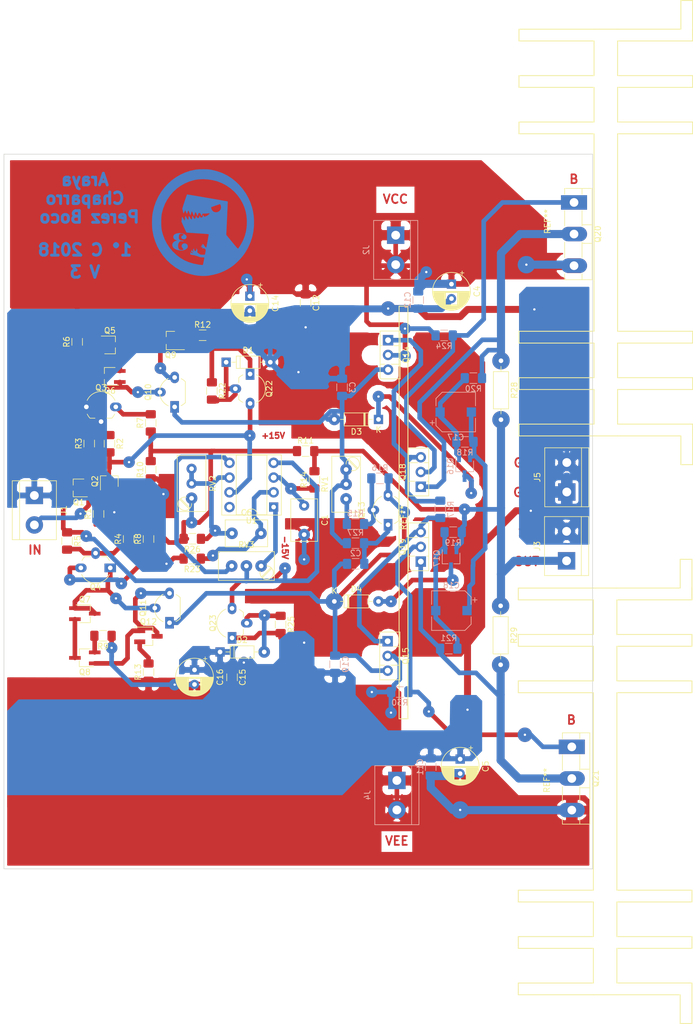
<source format=kicad_pcb>
(kicad_pcb (version 20171130) (host pcbnew "(5.0.1)-4")
  (title_block (title "Aplificador Current feedback"))
  (layers (0 F.Cu signal) (31 B.Cu signal) (34 B.Paste user) (35 F.Paste user) (36 B.SilkS user hide) (37 F.SilkS user hide) (38 B.Mask user hide) (39 F.Mask user hide) (44 Edge.Cuts user hide))
  (net 0 "")
  (net 1 "Net-(C1-Pad1)")
  (net 2 GND)
  (net 3 VCC)
  (net 4 "Net-(C3-Pad1)")
  (net 5 VDD)
  (net 6 /Vout)
  (net 7 "Net-(C17-Pad1)")
  (net 8 "Net-(C18-Pad2)")
  (net 9 "Net-(D1-Pad1)")
  (net 10 "Net-(D2-Pad2)")
  (net 11 "Net-(D3-Pad1)")
  (net 12 "Net-(D4-Pad2)")
  (net 13 "Net-(Q1-Pad2)")
  (net 14 "Net-(Q3-Pad2)")
  (net 15 "Net-(Q10-Pad2)")
  (net 16 "Net-(Q4-Pad2)")
  (net 17 "Net-(Q11-Pad2)")
  (net 18 "Net-(Q10-Pad3)")
  (net 19 "Net-(Q5-Pad2)")
  (net 20 "Net-(Q5-Pad3)")
  (net 21 "Net-(Q7-Pad2)")
  (net 22 "Net-(Q11-Pad3)")
  (net 23 "Net-(Q8-Pad2)")
  (net 24 "Net-(Q9-Pad2)")
  (net 25 "Net-(Q12-Pad2)")
  (net 26 "Net-(Q13-Pad2)")
  (net 27 "Net-(Q18-Pad1)")
  (net 28 "Net-(Q18-Pad2)")
  (net 29 "Net-(Q19-Pad1)")
  (net 30 "Net-(Q19-Pad2)")
  (net 31 /Servo)
  (net 32 "Net-(R15-Pad2)")
  (net 33 "Net-(U1-Pad8)")
  (net 34 "Net-(C6-Pad2)")
  (net 35 "Net-(C2-Pad1)")
  (net 36 /+15V)
  (net 37 /-15V)
  (net 38 "Net-(C19-Pad2)")
  (net 39 "Net-(J1-Pad2)")
  (net 40 "Net-(RV3-Pad1)")
  (net 41 "Net-(RV3-Pad3)")
  (net 42 "Net-(C6-Pad1)")
  (net 43 "Net-(J5-Pad1)")
  (net 44 "Net-(Q2-Pad2)")
  (net 45 "Net-(Q3-Pad3)")
  (net 46 "Net-(Q4-Pad3)")
  (net 47 "Net-(Q14-Pad1)")
  (net 48 "Net-(Q15-Pad1)")
  (module TO_SOT_Packages_THT:TO-92_Molded_Wide_Oval_Reverse (layer F.Cu) (at 66.04 158.3055 90)
    (fp_text reference Q23 (at 2.54 -3.3 90) (layer F.SilkS))
    (fp_text value BC556)
    (pad 2 thru_hole oval (at 2.54 2.54 180) (size 2 1.5) (drill 0.8) (layers *.Cu *.Mask) (net 10 "Net-(D2-Pad2)"))
    (pad 1 thru_hole rect (at 0 0 180) (size 1.5 2) (drill 0.8) (layers *.Cu *.Mask) (net 5 VDD))
    (pad 3 thru_hole oval (at 5.08 0 180) (size 1.5 2) (drill 0.8) (layers *.Cu *.Mask) (net 37 /-15V))
  )
  (module TO_SOT_Packages_THT:TO-92_Molded_Wide_Oval_Reverse (layer F.Cu) (at 69.1515 112.8268 270)
    (fp_text reference Q22 (at 2.54 -3.3 270) (layer F.SilkS))
    (fp_text value BC546)
    (pad 2 thru_hole oval (at 2.54 2.54) (size 2 1.5) (drill 0.8) (layers *.Cu *.Mask) (net 9 "Net-(D1-Pad1)"))
    (pad 1 thru_hole rect (at 0 0) (size 1.5 2) (drill 0.8) (layers *.Cu *.Mask) (net 3 VCC))
    (pad 3 thru_hole oval (at 5.08 0) (size 1.5 2) (drill 0.8) (layers *.Cu *.Mask) (net 36 /+15V))
  )
  (module TO_SOT_Packages_THT:TO-92_Molded_Wide_Oval_Reverse (layer F.Cu) (at 45.0215 146.2405 180)
    (fp_text reference Q4 (at 2.54 -3.3 180) (layer F.SilkS))
    (fp_text value BC556)
    (pad 2 thru_hole oval (at 2.54 2.54 270) (size 2 1.5) (drill 0.8) (layers *.Cu *.Mask) (net 16 "Net-(Q4-Pad2)"))
    (pad 1 thru_hole rect (at 0 0 270) (size 1.5 2) (drill 0.8) (layers *.Cu *.Mask) (net 17 "Net-(Q11-Pad2)"))
    (pad 3 thru_hole oval (at 5.08 0 270) (size 1.5 2) (drill 0.8) (layers *.Cu *.Mask) (net 46 "Net-(Q4-Pad3)"))
  )
  (module TO_SOT_Packages_THT:TO-92_Molded_Wide_Oval_Reverse (layer F.Cu) (at 40.894 118.491)
    (fp_text reference Q3 (at 2.54 -3.3) (layer F.SilkS))
    (fp_text value BC546)
    (pad 2 thru_hole oval (at 2.54 2.54 90) (size 2 1.5) (drill 0.8) (layers *.Cu *.Mask) (net 14 "Net-(Q3-Pad2)"))
    (pad 1 thru_hole rect (at 0 0 90) (size 1.5 2) (drill 0.8) (layers *.Cu *.Mask) (net 15 "Net-(Q10-Pad2)"))
    (pad 3 thru_hole oval (at 5.08 0 90) (size 1.5 2) (drill 0.8) (layers *.Cu *.Mask) (net 45 "Net-(Q3-Pad3)"))
  )
  (module TO_SOT_Packages_THT:TO-126_Vertical (layer F.Cu) (at 92.964 106.9975 270)
    (fp_text reference Q14 (at 2.54 -3.12 270) (layer F.SilkS))
    (fp_text value BD135)
    (pad 1 thru_hole rect (at 0 0 270) (size 1.8 1.8) (drill 1) (layers *.Cu *.Mask) (net 47 "Net-(Q14-Pad1)"))
    (pad 2 thru_hole oval (at 2.54 0 270) (size 1.8 1.8) (drill 1) (layers *.Cu *.Mask) (net 3 VCC))
    (pad 3 thru_hole oval (at 5.08 0 270) (size 1.8 1.8) (drill 1) (layers *.Cu *.Mask) (net 4 "Net-(C3-Pad1)"))
  )
  (module TO_SOT_Packages_THT:TO-126_Vertical (layer F.Cu) (at 92.9005 158.877 270)
    (fp_text reference Q15 (at 2.54 -3.12 270) (layer F.SilkS))
    (fp_text value BD136)
    (pad 1 thru_hole rect (at 0 0 270) (size 1.8 1.8) (drill 1) (layers *.Cu *.Mask) (net 48 "Net-(Q15-Pad1)"))
    (pad 2 thru_hole oval (at 2.54 0 270) (size 1.8 1.8) (drill 1) (layers *.Cu *.Mask) (net 5 VDD))
    (pad 3 thru_hole oval (at 5.08 0 270) (size 1.8 1.8) (drill 1) (layers *.Cu *.Mask) (net 38 "Net-(C19-Pad2)"))
  )
  (module DISIPADOR:logo (layer B.Cu) (at 61.3664 86.57844 180)
    (fp_text reference G*** hide)
    (fp_text value LOGO hide)
    (fp_poly (pts (xy 4.666047 -1.976051) (xy 4.992445 -2.053579) (xy 5.22967 -2.169358) (xy 5.384601 -2.328521) (xy 5.464119 -2.536206) (xy 5.470623 -2.576639) (xy 5.450993 -2.78333) (xy 5.341622 -2.963228) (xy 5.153515 -3.10268) (xy 4.996834 -3.164413) (xy 4.769808 -3.23061) (xy 5.019868 -3.294699) (xy 5.27399 -3.403316) (xy 5.472084 -3.575207) (xy 5.598706 -3.7924) (xy 5.6388 -4.014882) (xy 5.590698 -4.267223) (xy 5.448828 -4.487565) (xy 5.216839 -4.672756) (xy 4.898383 -4.819643) (xy 4.612988 -4.900967) (xy 4.263779 -4.961917) (xy 3.966929 -4.968466) (xy 3.688602 -4.920004) (xy 3.565959 -4.88202) (xy 3.302022 -4.757704) (xy 3.103976 -4.595487) (xy 2.986948 -4.409062) (xy 2.967936 -4.340673) (xy 2.973067 -4.134563) (xy 3.056799 -3.960272) (xy 3.198537 -3.827648) (xy 3.377686 -3.746543) (xy 3.573649 -3.726807) (xy 3.765832 -3.77829) (xy 3.913635 -3.888366) (xy 4.019329 -4.064824) (xy 4.028642 -4.256732) (xy 3.942486 -4.450264) (xy 3.87096 -4.536117) (xy 3.751096 -4.67976) (xy 3.718072 -4.779831) (xy 3.775228 -4.842) (xy 3.925898 -4.871936) (xy 4.071494 -4.8768) (xy 4.291114 -4.851529) (xy 4.443027 -4.767926) (xy 4.540067 -4.633994) (xy 4.634356 -4.357) (xy 4.651852 -4.066574) (xy 4.595573 -3.789794) (xy 4.468537 -3.553736) (xy 4.412594 -3.490378) (xy 4.319964 -3.406082) (xy 4.235249 -3.364437) (xy 4.121147 -3.355253) (xy 3.959513 -3.366588) (xy 3.800081 -3.374964) (xy 3.690665 -3.369081) (xy 3.6576 -3.353907) (xy 3.703904 -3.308605) (xy 3.824902 -3.272837) (xy 3.993721 -3.253495) (xy 4.055207 -3.251893) (xy 4.228759 -3.211576) (xy 4.372707 -3.102707) (xy 4.460995 -2.999929) (xy 4.505515 -2.89382) (xy 4.520386 -2.743091) (xy 4.5212 -2.668384) (xy 4.493651 -2.384056) (xy 4.410629 -2.184647) (xy 4.271569 -2.069589) (xy 4.075905 -2.038317) (xy 3.917329 -2.062843) (xy 3.772173 -2.12678) (xy 3.710829 -2.213643) (xy 3.736929 -2.303802) (xy 3.854103 -2.377625) (xy 3.8588 -2.379291) (xy 4.005919 -2.474637) (xy 4.077366 -2.614286) (xy 4.067269 -2.770031) (xy 3.970035 -2.913411) (xy 3.820054 -2.99256) (xy 3.629113 -3.02456) (xy 3.449367 -3.002907) (xy 3.4036 -2.984038) (xy 3.288294 -2.88916) (xy 3.207001 -2.772872) (xy 3.172834 -2.600989) (xy 3.227074 -2.435379) (xy 3.356532 -2.283243) (xy 3.54802 -2.151784) (xy 3.788349 -2.048204) (xy 4.064329 -1.979708) (xy 4.362772 -1.953496) (xy 4.666047 -1.976051)) (layer B.Cu) (width 0.01))
    (fp_poly (pts (xy 0.553913 9.037688) (xy 0.944828 9.026257) (xy 1.297646 9.005965) (xy 1.584743 8.977064) (xy 1.651 8.967233) (xy 2.557221 8.768975) (xy 3.426066 8.479512) (xy 4.252688 8.103891) (xy 5.032236 7.647159) (xy 5.759863 7.114363) (xy 6.430719 6.510551) (xy 7.039957 5.84077) (xy 7.582727 5.110066) (xy 8.054181 4.323488) (xy 8.44947 3.486081) (xy 8.763746 2.602895) (xy 8.99216 1.678975) (xy 9.066056 1.248482) (xy 9.104599 0.897664) (xy 9.129472 0.476643) (xy 9.140659 0.015891) (xy 9.138142 -0.454115) (xy 9.121903 -0.9029) (xy 9.091924 -1.299991) (xy 9.067651 -1.4986) (xy 8.877711 -2.457376) (xy 8.59629 -3.378716) (xy 8.226802 -4.257194) (xy 7.772659 -5.087386) (xy 7.237271 -5.863866) (xy 6.624053 -6.58121) (xy 5.936415 -7.233992) (xy 5.177769 -7.816786) (xy 5.032045 -7.915088) (xy 4.305071 -8.346383) (xy 3.544987 -8.698643) (xy 2.737246 -8.977437) (xy 1.867303 -9.188332) (xy 1.557051 -9.245171) (xy 1.165381 -9.296698) (xy 0.729755 -9.329224) (xy 0.28332 -9.342033) (xy -0.140777 -9.33441) (xy -0.509391 -9.305639) (xy -0.6096 -9.291944) (xy -1.383231 -9.150245) (xy -2.081952 -8.974099) (xy -2.728939 -8.755564) (xy -3.347364 -8.486696) (xy -3.960401 -8.159553) (xy -4.026827 -8.120657) (xy -4.424833 -7.874706) (xy -4.773668 -7.632038) (xy -5.104922 -7.36836) (xy -5.450182 -7.059377) (xy -5.631547 -6.886493) (xy -6.08855 -6.42028) (xy -6.478254 -5.968091) (xy -6.8252 -5.500499) (xy -6.975051 -5.275456) (xy -7.464187 -4.425654) (xy -7.857967 -3.541567) (xy -8.155649 -2.625929) (xy -8.356491 -1.681479) (xy -8.459752 -0.710953) (xy -8.46442 -0.1016) (xy -7.233747 -0.1016) (xy -7.194278 -0.934443) (xy -7.076071 -1.71385) (xy -6.875807 -2.454462) (xy -6.590168 -3.170921) (xy -6.491872 -3.374309) (xy -6.373141 -3.599371) (xy -6.235597 -3.842213) (xy -6.091552 -4.083011) (xy -5.953318 -4.30194) (xy -5.833208 -4.479178) (xy -5.743532 -4.594898) (xy -5.718054 -4.620265) (xy -5.686334 -4.622847) (xy -5.631749 -4.589004) (xy -5.548116 -4.512) (xy -5.429253 -4.385099) (xy -5.268975 -4.201563) (xy -5.061101 -3.954656) (xy -4.799447 -3.637641) (xy -4.661585 -3.469186) (xy -3.674407 -2.2606) (xy -3.808794 0.6096) (xy -3.833441 1.139279) (xy -3.856337 1.637776) (xy -3.877087 2.096001) (xy -3.894524 2.487604) (xy -2.771125 2.487604) (xy -2.739301 2.247782) (xy -2.657731 2.042042) (xy -2.642211 2.017902) (xy -2.438665 1.804458) (xy -2.186654 1.671691) (xy -1.906559 1.625625) (xy -1.61876 1.672284) (xy -1.554465 1.69641) (xy -1.366481 1.821691) (xy -1.206902 2.011751) (xy -1.103452 2.229775) (xy -1.083228 2.322199) (xy -1.058014 2.5146) (xy -1.824512 2.779353) (xy -2.59101 3.044105) (xy -2.678959 2.909879) (xy -2.751559 2.721605) (xy -2.771125 2.487604) (xy -3.894524 2.487604) (xy -3.895293 2.504864) (xy -3.910558 2.855274) (xy -3.922484 3.138141) (xy -3.930673 3.344375) (xy -3.934729 3.464884) (xy -3.934846 3.493512) (xy -3.884663 3.504597) (xy -3.744131 3.530984) (xy -3.52304 3.57099) (xy -3.231178 3.622928) (xy -2.878335 3.685113) (xy -2.474301 3.75586) (xy -2.028865 3.833483) (xy -1.551817 3.916297) (xy -1.052945 4.002617) (xy -0.542039 4.090758) (xy -0.028889 4.179033) (xy 0.476716 4.265758) (xy 0.964987 4.349248) (xy 1.426134 4.427817) (xy 1.850368 4.499779) (xy 2.227899 4.563449) (xy 2.548938 4.617143) (xy 2.803696 4.659174) (xy 2.982383 4.687857) (xy 3.07521 4.701507) (xy 3.08637 4.702289) (xy 3.115833 4.642915) (xy 3.169679 4.504636) (xy 3.242771 4.30296) (xy 3.329978 4.053393) (xy 3.426166 3.771443) (xy 3.526201 3.472616) (xy 3.624949 3.17242) (xy 3.717277 2.88636) (xy 3.798052 2.629946) (xy 3.862139 2.418682) (xy 3.904405 2.268077) (xy 3.919717 2.193637) (xy 3.91853 2.188586) (xy 3.88529 2.126789) (xy 3.844926 1.99407) (xy 3.808146 1.8288) (xy 3.770846 1.653801) (xy 3.734688 1.519555) (xy 3.709003 1.457807) (xy 3.671897 1.478196) (xy 3.611684 1.572018) (xy 3.550766 1.69824) (xy 3.482535 1.846889) (xy 3.428204 1.94915) (xy 3.403145 1.980334) (xy 3.374608 1.93677) (xy 3.323861 1.821336) (xy 3.26151 1.658316) (xy 3.256986 1.645753) (xy 3.187002 1.467238) (xy 3.133343 1.383805) (xy 3.087715 1.396811) (xy 3.041825 1.507608) (xy 2.994259 1.688658) (xy 2.949859 1.8285) (xy 2.901277 1.915724) (xy 2.877833 1.930269) (xy 2.835612 1.885551) (xy 2.773323 1.766365) (xy 2.701996 1.594963) (xy 2.67469 1.520411) (xy 2.606826 1.33938) (xy 2.549215 1.20595) (xy 2.510933 1.140339) (xy 2.502895 1.137771) (xy 2.476473 1.197372) (xy 2.434035 1.326473) (xy 2.388414 1.484128) (xy 2.338374 1.647043) (xy 2.292641 1.762086) (xy 2.262382 1.8034) (xy 2.229108 1.75894) (xy 2.172894 1.640046) (xy 2.103582 1.468452) (xy 2.07136 1.381547) (xy 2.001164 1.197558) (xy 1.941664 1.060505) (xy 1.901874 0.99033) (xy 1.892592 0.986075) (xy 1.866541 1.045285) (xy 1.824374 1.174071) (xy 1.778814 1.331728) (xy 1.725142 1.494924) (xy 1.670106 1.610009) (xy 1.627792 1.651) (xy 1.579435 1.606926) (xy 1.513123 1.491212) (xy 1.44298 1.328621) (xy 1.441108 1.323659) (xy 1.376686 1.157007) (xy 1.325094 1.032146) (xy 1.297295 0.975577) (xy 1.297031 0.975299) (xy 1.273125 1.007954) (xy 1.232437 1.114073) (xy 1.193201 1.23914) (xy 1.139374 1.391825) (xy 1.084944 1.494933) (xy 1.050495 1.523307) (xy 0.898418 1.498888) (xy 0.790871 1.416848) (xy 0.705576 1.257703) (xy 0.685196 1.203804) (xy 0.590943 0.941694) (xy 0.526363 1.093147) (xy 0.479855 1.223748) (xy 0.459491 1.322438) (xy 0.439253 1.362162) (xy 0.369475 1.387614) (xy 0.232318 1.402447) (xy 0.032714 1.409822) (xy -0.196991 1.417669) (xy -0.416017 1.429683) (xy -0.582434 1.443488) (xy -0.602286 1.445818) (xy -0.731478 1.452224) (xy -0.805763 1.436877) (xy -0.8128 1.425887) (xy -0.775084 1.364516) (xy -0.679521 1.268075) (xy -0.552493 1.158311) (xy -0.42038 1.056973) (xy -0.309564 0.985808) (xy -0.254 0.965216) (xy -0.15641 0.942277) (xy -0.035428 0.890314) (xy 0.056362 0.849025) (xy 0.115983 0.8589) (xy 0.17613 0.934701) (xy 0.218355 1.004879) (xy 0.329765 1.193705) (xy 0.374399 0.982126) (xy 0.426473 0.825023) (xy 0.504675 0.749321) (xy 0.527016 0.741567) (xy 0.670368 0.716311) (xy 0.760414 0.749812) (xy 0.83626 0.858606) (xy 0.845635 0.8763) (xy 0.931879 1.0414) (xy 0.978662 0.86368) (xy 1.053414 0.688876) (xy 1.15311 0.609978) (xy 1.266583 0.627929) (xy 1.382662 0.743669) (xy 1.431519 0.8255) (xy 1.544303 1.0414) (xy 1.600165 0.7874) (xy 1.659429 0.601128) (xy 1.73364 0.51508) (xy 1.823401 0.529234) (xy 1.929312 0.643568) (xy 2.007531 0.77239) (xy 2.088914 0.917337) (xy 2.137063 0.982866) (xy 2.16568 0.979664) (xy 2.18847 0.918422) (xy 2.189599 0.9144) (xy 2.215315 0.775114) (xy 2.229764 0.608677) (xy 2.230136 0.5969) (xy 2.25275 0.452195) (xy 2.307719 0.400945) (xy 2.391038 0.441735) (xy 2.498703 0.57315) (xy 2.589487 0.723887) (xy 2.680294 0.884977) (xy 2.736235 0.967072) (xy 2.769489 0.981228) (xy 2.792235 0.938499) (xy 2.799349 0.914387) (xy 2.821931 0.785799) (xy 2.837101 0.611981) (xy 2.839736 0.541867) (xy 2.852084 0.392248) (xy 2.884663 0.326387) (xy 2.942576 0.346481) (xy 3.030925 0.454727) (xy 3.154814 0.653321) (xy 3.173612 0.685572) (xy 3.274445 0.855553) (xy 3.338092 0.947445) (xy 3.376142 0.972285) (xy 3.400183 0.941111) (xy 3.409848 0.910576) (xy 3.430025 0.790943) (xy 3.444766 0.616448) (xy 3.449336 0.4953) (xy 3.459676 0.338342) (xy 3.481245 0.232311) (xy 3.502713 0.2032) (xy 3.548761 0.244491) (xy 3.626948 0.353821) (xy 3.72199 0.509375) (xy 3.742039 0.544762) (xy 3.838488 0.713246) (xy 3.899 0.803047) (xy 3.935194 0.825265) (xy 3.958689 0.790999) (xy 3.968061 0.760662) (xy 3.98971 0.635547) (xy 4.004774 0.461213) (xy 4.008136 0.372534) (xy 4.020394 0.220767) (xy 4.04628 0.117617) (xy 4.066256 0.092382) (xy 4.055892 0.04583) (xy 4.009185 -0.076084) (xy 3.93354 -0.257024) (xy 3.836364 -0.480653) (xy 3.725062 -0.730635) (xy 3.607039 -0.990634) (xy 3.489703 -1.244314) (xy 3.380457 -1.475338) (xy 3.286709 -1.66737) (xy 3.215863 -1.804073) (xy 3.179013 -1.864785) (xy 3.128258 -1.870324) (xy 2.987283 -1.881495) (xy 2.767265 -1.897519) (xy 2.479383 -1.917618) (xy 2.134814 -1.941012) (xy 1.744735 -1.966922) (xy 1.320325 -1.994569) (xy 1.279391 -1.997208) (xy 0.851172 -2.025547) (xy 0.455256 -2.053201) (xy 0.103005 -2.079264) (xy -0.194221 -2.102834) (xy -0.425062 -2.123006) (xy -0.578158 -2.138877) (xy -0.642147 -2.149542) (xy -0.643101 -2.150167) (xy -0.641255 -2.204602) (xy -0.622876 -2.34151) (xy -0.591094 -2.543686) (xy -0.54904 -2.793921) (xy -0.499844 -3.075011) (xy -0.446636 -3.369749) (xy -0.392545 -3.660928) (xy -0.340702 -3.931343) (xy -0.294237 -4.163788) (xy -0.256281 -4.341055) (xy -0.229963 -4.445939) (xy -0.221743 -4.466366) (xy -0.17364 -4.453741) (xy -0.088107 -4.379708) (xy 0.0143 -4.266284) (xy 0.113024 -4.135487) (xy 0.165412 -4.051708) (xy 0.253077 -3.930614) (xy 0.339685 -3.865256) (xy 0.361956 -3.8608) (xy 0.453921 -3.883807) (xy 0.482463 -3.933555) (xy 0.431508 -3.980882) (xy 0.365554 -4.050509) (xy 0.3556 -4.097515) (xy 0.362522 -4.153372) (xy 0.396382 -4.127905) (xy 0.426302 -4.088326) (xy 0.490815 -4.023324) (xy 0.555318 -4.041328) (xy 0.58188 -4.062075) (xy 0.631262 -4.115275) (xy 0.607151 -4.156425) (xy 0.523877 -4.200623) (xy 0.453548 -4.238726) (xy 0.464482 -4.244785) (xy 0.476338 -4.241689) (xy 0.581158 -4.246852) (xy 0.67515 -4.299083) (xy 0.7112 -4.366221) (xy 0.667733 -4.384804) (xy 0.562758 -4.380205) (xy 0.5588 -4.379636) (xy 0.439631 -4.388902) (xy 0.40235 -4.451326) (xy 0.455634 -4.549617) (xy 0.46736 -4.56184) (xy 0.499819 -4.611439) (xy 0.45466 -4.622022) (xy 0.346075 -4.595081) (xy 0.310887 -4.576837) (xy 0.22083 -4.571518) (xy 0.096303 -4.619088) (xy -0.026635 -4.699306) (xy -0.111923 -4.791932) (xy -0.125692 -4.821878) (xy -0.129708 -4.914077) (xy -0.113429 -5.07217) (xy -0.08035 -5.263275) (xy -0.077145 -5.27871) (xy -0.039779 -5.459121) (xy -0.012377 -5.596728) (xy -0.000193 -5.665044) (xy 0 -5.667521) (xy 0.046682 -5.678018) (xy 0.170274 -5.68581) (xy 0.346094 -5.689483) (xy 0.385625 -5.6896) (xy 0.588574 -5.686256) (xy 0.729547 -5.668196) (xy 0.84813 -5.623371) (xy 0.983912 -5.539736) (xy 1.066715 -5.482343) (xy 1.219948 -5.37171) (xy 1.304259 -5.295466) (xy 1.335041 -5.231315) (xy 1.327691 -5.156962) (xy 1.317466 -5.119178) (xy 1.300853 -4.974153) (xy 1.343111 -4.813913) (xy 1.368696 -4.754935) (xy 1.464639 -4.5466) (xy 1.468919 -4.729226) (xy 1.507528 -4.907904) (xy 1.5748 -5.0038) (xy 1.654671 -5.0655) (xy 1.71492 -5.056246) (xy 1.778 -5.0038) (xy 1.85531 -4.883238) (xy 1.8796 -4.767326) (xy 1.896244 -4.652506) (xy 1.939641 -4.632273) (xy 1.999987 -4.706418) (xy 2.030066 -4.770532) (xy 2.064418 -4.895618) (xy 2.034454 -5.001457) (xy 2.004987 -5.049932) (xy 1.949572 -5.145493) (xy 1.96052 -5.176059) (xy 2.047382 -5.148519) (xy 2.105809 -5.122645) (xy 2.214626 -5.029622) (xy 2.239325 -4.932145) (xy 2.243451 -4.8006) (xy 2.313234 -4.953) (xy 2.371236 -5.103806) (xy 2.364392 -5.195539) (xy 2.281597 -5.255351) (xy 2.174498 -5.292168) (xy 1.961397 -5.356015) (xy 2.153549 -5.395938) (xy 2.291044 -5.413452) (xy 2.37915 -5.384321) (xy 2.443364 -5.32143) (xy 2.541026 -5.207) (xy 2.5146 -5.658758) (xy 2.032 -5.745698) (xy 1.763307 -5.804499) (xy 1.47845 -5.883422) (xy 1.228914 -5.967823) (xy 1.174113 -5.989719) (xy 0.927729 -6.081886) (xy 0.716838 -6.130521) (xy 0.491154 -6.146535) (xy 0.450213 -6.1468) (xy 0.276878 -6.152824) (xy 0.152058 -6.168653) (xy 0.101699 -6.190923) (xy 0.1016 -6.192007) (xy 0.111109 -6.256002) (xy 0.136376 -6.394686) (xy 0.172508 -6.58327) (xy 0.214614 -6.796962) (xy 0.257802 -7.010975) (xy 0.29718 -7.200517) (xy 0.327857 -7.340798) (xy 0.330757 -7.3533) (xy 0.348884 -7.408299) (xy 0.383287 -7.443817) (xy 0.449672 -7.460573) (xy 0.563745 -7.459287) (xy 0.741212 -7.440681) (xy 0.997778 -7.405473) (xy 1.11108 -7.389084) (xy 1.98549 -7.219227) (xy 2.797369 -6.97151) (xy 3.55317 -6.642664) (xy 4.259346 -6.229421) (xy 4.92235 -5.72851) (xy 5.540528 -5.145134) (xy 6.101549 -4.487232) (xy 6.578087 -3.773261) (xy 6.969283 -3.004859) (xy 7.274273 -2.183665) (xy 7.450974 -1.511176) (xy 7.493398 -1.243763) (xy 7.523991 -0.900049) (xy 7.542748 -0.50464) (xy 7.549665 -0.082145) (xy 7.544737 0.342828) (xy 7.527958 0.745673) (xy 7.499323 1.101781) (xy 7.458829 1.386545) (xy 7.451558 1.4224) (xy 7.221778 2.267437) (xy 6.906166 3.065783) (xy 6.509881 3.812373) (xy 6.038082 4.50214) (xy 5.495927 5.130016) (xy 4.888576 5.690935) (xy 4.221189 6.179831) (xy 3.498923 6.591635) (xy 2.726939 6.921282) (xy 1.910395 7.163704) (xy 1.524 7.244035) (xy 0.911637 7.318417) (xy 0.24541 7.334798) (xy -0.446694 7.295362) (xy -1.136688 7.202295) (xy -1.796582 7.057784) (xy -2.132564 6.958471) (xy -2.925913 6.647501) (xy -3.67507 6.25013) (xy -4.372412 5.773002) (xy -5.010319 5.22276) (xy -5.581168 4.606048) (xy -6.077339 3.929508) (xy -6.49121 3.199785) (xy -6.525133 3.129691) (xy -6.811761 2.455183) (xy -7.019952 1.788591) (xy -7.155223 1.104755) (xy -7.223093 0.378516) (xy -7.233747 -0.1016) (xy -8.46442 -0.1016) (xy -8.46695 0.2286) (xy -8.408888 1.029188) (xy -8.295753 1.773445) (xy -8.120929 2.494344) (xy -7.877799 3.224854) (xy -7.852057 3.292944) (xy -7.486054 4.120463) (xy -7.038098 4.908002) (xy -6.515986 5.647757) (xy -5.92751 6.331921) (xy -5.280465 6.95269) (xy -4.582647 7.502258) (xy -3.841849 7.972821) (xy -3.065866 8.356573) (xy -2.622932 8.529208) (xy -2.20885 8.664524) (xy -1.769565 8.789374) (xy -1.34032 8.894662) (xy -0.956361 8.971292) (xy -0.8382 8.989801) (xy -0.571155 9.016316) (xy -0.231703 9.032968) (xy 0.152528 9.040009) (xy 0.553913 9.037688)) (layer B.Cu) (width 0.01))
  )
  (module Resistor_SMD:R_1206_3216Metric_Pad1.42x1.75mm_HandSolder (layer F.Cu) (at 74.422 155.9925 270)
    (fp_text reference R25 (at 0 -1.82 270) (layer F.SilkS))
    (fp_text value 3.3k)
    (pad 2 smd roundrect (at 1.4875 0 270) (size 1.425 1.75) (layers F.Cu F.Paste F.Mask) (roundrect_rratio 0.175439) (net 5 VDD))
    (pad 1 smd roundrect (at -1.4875 0 270) (size 1.425 1.75) (layers F.Cu F.Paste F.Mask) (roundrect_rratio 0.175439) (net 10 "Net-(D2-Pad2)"))
  )
  (module Capacitor_SMD:C_1206_3216Metric_Pad1.42x1.75mm_HandSolder (layer F.Cu) (at 78.74 100.5475 270)
    (fp_text reference C12 (at 0 -1.82 270) (layer F.SilkS))
    (fp_text value 100p)
    (pad 2 smd roundrect (at 1.4875 0 270) (size 1.425 1.75) (layers F.Cu F.Paste F.Mask) (roundrect_rratio 0.175439) (net 2 GND))
    (pad 1 smd roundrect (at -1.4875 0 270) (size 1.425 1.75) (layers F.Cu F.Paste F.Mask) (roundrect_rratio 0.175439) (net 3 VCC))
  )
  (module Resistor_SMD:R_1206_3216Metric_Pad1.42x1.75mm_HandSolder (layer F.Cu) (at 80.264 131.064 270)
    (fp_text reference R14 (at 0 1.82 270) (layer F.SilkS))
    (fp_text value 220k)
    (pad 1 smd roundrect (at -1.4875 0 270) (size 1.425 1.75) (layers F.Cu F.Paste F.Mask) (roundrect_rratio 0.175439) (net 6 /Vout))
    (pad 2 smd roundrect (at 1.4875 0 270) (size 1.425 1.75) (layers F.Cu F.Paste F.Mask) (roundrect_rratio 0.175439) (net 1 "Net-(C1-Pad1)"))
  )
  (module Potentiometers:Potentiometer_Trimmer_Bourns_3296W (layer F.Cu) (at 59.055 134.239 270)
    (fp_text reference RV2 (at -2.54 -3.66 270) (layer F.SilkS))
    (fp_text value "POT 10k")
    (pad 1 thru_hole circle (at 0 0 270) (size 2 2) (drill 0.8) (layers *.Cu *.Mask) (net 31 /Servo))
    (pad 2 thru_hole circle (at -2.54 0 270) (size 1.75 1.75) (drill 0.8) (layers *.Cu *.Mask) (net 42 "Net-(C6-Pad1)"))
    (pad 3 thru_hole circle (at -5.08 0 270) (size 1.75 1.75) (drill 0.8) (layers *.Cu *.Mask) (net 42 "Net-(C6-Pad1)"))
  )
  (module TO_SOT_Packages_THT:TO-92_Molded_Wide_Oval (layer F.Cu) (at 55.245 155.702 90)
    (fp_text reference Q11 (at 2.54 -4.57 90) (layer F.SilkS))
    (fp_text value BC546)
    (pad 2 thru_hole oval (at 2.54 -2.54 180) (size 2 1.5) (drill 0.8) (layers *.Cu *.Mask) (net 17 "Net-(Q11-Pad2)"))
    (pad 1 thru_hole rect (at 0 0 180) (size 1.5 2) (drill 0.8) (layers *.Cu *.Mask) (net 38 "Net-(C19-Pad2)"))
    (pad 3 thru_hole oval (at 5.08 0 180) (size 1.5 2) (drill 0.8) (layers *.Cu *.Mask) (net 22 "Net-(Q11-Pad3)"))
  )
  (module TO_SOT_Packages_THT:TO-92_Molded_Wide_Oval (layer F.Cu) (at 92.964 138.811 90)
    (fp_text reference Q13 (at 2.54 -4.57 90) (layer F.SilkS))
    (fp_text value BC546)
    (pad 2 thru_hole oval (at 2.54 -2.54 180) (size 2 1.5) (drill 0.8) (layers *.Cu *.Mask) (net 26 "Net-(Q13-Pad2)"))
    (pad 1 thru_hole rect (at 0 0 180) (size 1.5 2) (drill 0.8) (layers *.Cu *.Mask) (net 35 "Net-(C2-Pad1)"))
    (pad 3 thru_hole oval (at 5.08 0 180) (size 1.5 2) (drill 0.8) (layers *.Cu *.Mask) (net 38 "Net-(C19-Pad2)"))
  )
  (module TO_SOT_Packages_THT:TO-92_Molded_Wide_Oval (layer F.Cu) (at 56.134 118.491 90)
    (fp_text reference Q10 (at 2.54 -4.57 90) (layer F.SilkS))
    (fp_text value BC556)
    (pad 2 thru_hole oval (at 2.54 -2.54 180) (size 2 1.5) (drill 0.8) (layers *.Cu *.Mask) (net 15 "Net-(Q10-Pad2)"))
    (pad 1 thru_hole rect (at 0 0 180) (size 1.5 2) (drill 0.8) (layers *.Cu *.Mask) (net 4 "Net-(C3-Pad1)"))
    (pad 3 thru_hole oval (at 5.08 0 180) (size 1.5 2) (drill 0.8) (layers *.Cu *.Mask) (net 18 "Net-(Q10-Pad3)"))
  )
  (module Potentiometers:Potentiometer_Trimmer_Bourns_3296W (layer F.Cu) (at 85.725 129.286 90)
    (fp_text reference RV1 (at -2.54 -3.66 90) (layer F.SilkS))
    (fp_text value POT)
    (pad 1 thru_hole circle (at 0 0 90) (size 2 2) (drill 0.8) (layers *.Cu *.Mask) (net 4 "Net-(C3-Pad1)"))
    (pad 2 thru_hole circle (at -2.54 0 90) (size 2 2) (drill 0.8) (layers *.Cu *.Mask) (net 4 "Net-(C3-Pad1)"))
    (pad 3 thru_hole circle (at -5.08 0 90) (size 2 2) (drill 0.8) (layers *.Cu *.Mask) (net 32 "Net-(R15-Pad2)"))
  )
  (module Potentiometers:Potentiometer_Trimmer_Bourns_3296W (layer F.Cu) (at 71.05904 145.91538)
    (fp_text reference RV3 (at -2.54 -3.66) (layer F.SilkS))
    (fp_text value "POT 100k")
    (pad 1 thru_hole circle (at 0 0) (size 2 2) (drill 0.8) (layers *.Cu *.Mask) (net 40 "Net-(RV3-Pad1)"))
    (pad 2 thru_hole circle (at -2.54 0) (size 2 2) (drill 0.8) (layers *.Cu *.Mask) (net 37 /-15V))
    (pad 3 thru_hole circle (at -5.08 0) (size 2 2) (drill 0.8) (layers *.Cu *.Mask) (net 41 "Net-(RV3-Pad3)"))
  )
  (module Resistor_SMD:R_1206_3216Metric_Pad1.42x1.75mm_HandSolder (layer B.Cu) (at 102.6525 106.172)
    (fp_text reference R24 (at 0 1.82) (layer B.SilkS) (effects (justify mirror)))
    (fp_text value 100)
    (pad 1 smd roundrect (at -1.4875 0) (size 1.425 1.75) (layers B.Cu B.Paste B.Mask) (roundrect_rratio 0.175) (net 3 VCC))
    (pad 2 smd roundrect (at 1.4875 0) (size 1.425 1.75) (layers B.Cu B.Paste B.Mask) (roundrect_rratio 0.175) (net 28 "Net-(Q18-Pad2)"))
  )
  (module DISIPADOR:disip_multip_cf (layer F.Cu) (at 95.631 138.08456 90)
    (fp_text reference REF** (at 0.508 0 90) (layer F.SilkS))
    (fp_text value disip_multip_cf)
  )
  (module Capacitors_THT:C_Rect_L7.2mm_W4.5mm_P5.00mm_FKS2_FKP2_MKS2_MKP2 (layer F.Cu) (at 78.486 135.509 270)
    (fp_text reference C1 (at 2.5 -3.56 270) (layer F.SilkS))
    (fp_text value 470n)
    (pad 1 thru_hole circle (at 0 0 270) (size 1.75 1.75) (drill 0.8) (layers *.Cu *.Mask) (net 1 "Net-(C1-Pad1)"))
    (pad 2 thru_hole circle (at 5 0 270) (size 2 2) (drill 0.8) (layers *.Cu *.Mask) (net 2 GND))
  )
  (module Capacitors_THT:C_Rect_L7.2mm_W4.5mm_P5.00mm_FKS2_FKP2_MKS2_MKP2 (layer F.Cu) (at 66.02476 140.2842)
    (fp_text reference C6 (at 2.5 -3.56) (layer F.SilkS))
    (fp_text value 470n)
    (pad 1 thru_hole circle (at 0 0) (size 2 2) (drill 0.8) (layers *.Cu *.Mask) (net 42 "Net-(C6-Pad1)"))
    (pad 2 thru_hole circle (at 5 0) (size 2 2) (drill 0.8) (layers *.Cu *.Mask) (net 34 "Net-(C6-Pad2)"))
  )
  (module Capacitor_2:CP_Radial_D6.3mm_P2.50mm (layer F.Cu) (at 103.9114 97.3328 270)
    (fp_text reference C4 (at 1.25 -4.4 270) (layer F.SilkS))
    (fp_text value 10u)
    (pad 2 thru_hole circle (at 2.5 0 270) (size 1.6 1.6) (drill 0.8) (layers *.Cu *.Mask) (net 2 GND))
    (pad 1 thru_hole rect (at 0 0 270) (size 1.6 1.6) (drill 0.8) (layers *.Cu *.Mask) (net 3 VCC))
  )
  (module DISIPADOR:DISIPADOR (layer F.Cu) (at 132.58292 88.9508 270)
    (fp_text reference REF** (at -2.413 12.0904 270) (layer F.SilkS))
    (fp_text value DISIPADOR-CF)
  )
  (module Capacitor_SMD:CP_Elec_6.3x5.7 (layer B.Cu) (at 103.8936 153.6065 180)
    (fp_text reference C18 (at 0 4.35 180) (layer B.SilkS) (effects (justify mirror)))
    (fp_text value 47u)
    (pad 1 smd rect (at -2.7 0 180) (size 1.6 1.6) (layers B.Cu B.Paste B.Mask) (net 6 /Vout))
    (pad 2 smd rect (at 2.7 0 180) (size 1.6 1.6) (layers B.Cu B.Paste B.Mask) (net 8 "Net-(C18-Pad2)"))
  )
  (module Diode_THT:D_DO-35_SOD27_P7.62mm_Horizontal (layer F.Cu) (at 83.693 152.019)
    (fp_text reference D4 (at 3.81 -2.12) (layer F.SilkS))
    (fp_text value 1N4007)
    (fp_text user K (at 0 -1.8) (layer F.SilkS))
    (pad 2 thru_hole circle (at 7.62 0) (size 1.8 1.8) (drill 0.8) (layers *.Cu *.Mask) (net 12 "Net-(D4-Pad2)"))
    (pad 1 thru_hole circle (at 0 0) (size 3 3) (drill 0.8) (layers *.Cu *.Mask) (net 38 "Net-(C19-Pad2)"))
  )
  (module Capacitor_SMD:C_1206_3216Metric_Pad1.42x1.75mm_HandSolder (layer B.Cu) (at 98.171 100.076 270)
    (fp_text reference C12 (at 0 1.82 270) (layer B.SilkS) (effects (justify mirror)))
    (fp_text value 100p)
    (pad 1 smd roundrect (at -1.4875 0 270) (size 1.425 1.75) (layers B.Cu B.Paste B.Mask) (roundrect_rratio 0.175439) (net 3 VCC))
    (pad 2 smd roundrect (at 1.4875 0 270) (size 1.425 1.75) (layers B.Cu B.Paste B.Mask) (roundrect_rratio 0.175439) (net 2 GND))
  )
  (module Capacitor_SMD:CP_Elec_6.3x5.7 (layer B.Cu) (at 104.648 119.38)
    (fp_text reference C17 (at 0 4.35) (layer B.SilkS) (effects (justify mirror)))
    (fp_text value 47u)
    (pad 2 smd rect (at 2.7 0) (size 1.6 1.6) (layers B.Cu B.Paste B.Mask) (net 6 /Vout))
    (pad 1 smd rect (at -2.7 0) (size 1.6 1.6) (layers B.Cu B.Paste B.Mask) (net 7 "Net-(C17-Pad1)"))
  )
  (module Connectors_Terminal_Blocks:TerminalBlock_bornier-2_P5.08mm (layer F.Cu) (at 31.91764 133.76148 270)
    (fp_text reference J1 (at 2.54 -5.08 270) (layer F.SilkS))
    (fp_text value Screw_Terminal_01x02)
    (pad 1 thru_hole rect (at 0 0 270) (size 3 3) (drill 1.52) (layers *.Cu *.Mask) (net 2 GND))
    (pad 2 thru_hole circle (at 5.08 0 270) (size 3 3) (drill 1.52) (layers *.Cu *.Mask) (net 39 "Net-(J1-Pad2)"))
  )
  (module Resistor_SMD:R_1206_3216Metric_Pad1.42x1.75mm_HandSolder (layer F.Cu) (at 78.74 126.111)
    (fp_text reference R11 (at 0 -1.82) (layer F.SilkS))
    (fp_text value 1.8k)
    (pad 1 smd roundrect (at -1.4875 0) (size 1.425 1.75) (layers F.Cu F.Paste F.Mask) (roundrect_rratio 0.175439) (net 31 /Servo))
    (pad 2 smd roundrect (at 1.4875 0) (size 1.425 1.75) (layers F.Cu F.Paste F.Mask) (roundrect_rratio 0.175439) (net 6 /Vout))
  )
  (module Resistors_THT:R_Axial_DIN0207_L6.3mm_D2.5mm_P10.16mm_Horizontal (layer F.Cu) (at 112.395 152.781 270)
    (fp_text reference R29 (at 5.08 -2.31 270) (layer F.SilkS))
    (fp_text value 0.22)
    (pad 2 thru_hole circle (at 10.16 0 270) (size 3 3) (drill 0.8) (layers *.Cu *.Mask) (net 29 "Net-(Q19-Pad1)"))
    (pad 1 thru_hole circle (at 0 0 270) (size 3 3) (drill 0.8) (layers *.Cu *.Mask) (net 6 /Vout))
  )
  (module Diode_THT:D_DO-35_SOD27_P7.62mm_Horizontal (layer F.Cu) (at 91.313 120.65 180)
    (fp_text reference D3 (at 3.81 -2.12 180) (layer F.SilkS))
    (fp_text value 1N4007)
    (fp_text user K (at 0 -1.8 180) (layer F.SilkS))
    (pad 1 thru_hole rect (at 0 0 180) (size 1.6 1.6) (drill 0.8) (layers *.Cu *.Mask) (net 11 "Net-(D3-Pad1)"))
    (pad 2 thru_hole circle (at 7.62 0 180) (size 2 2) (drill 0.8) (layers *.Cu *.Mask) (net 4 "Net-(C3-Pad1)"))
  )
  (module Package_TO_SOT_SMD:TSOT-23_HandSoldering (layer B.Cu) (at 106.172 128.7145 270)
    (fp_text reference Q16 (at 0 2.45 270) (layer B.SilkS) (effects (justify mirror)))
    (fp_text value BC817)
    (pad 3 smd rect (at 1.71 0 270) (size 2 0.65) (layers B.Cu B.Paste B.Mask) (net 11 "Net-(D3-Pad1)"))
    (pad 2 smd rect (at -1.71 -0.95 270) (size 2 0.65) (layers B.Cu B.Paste B.Mask) (net 6 /Vout))
    (pad 1 smd rect (at -1.71 0.95 270) (size 2 0.65) (layers B.Cu B.Paste B.Mask) (net 7 "Net-(C17-Pad1)"))
  )
  (module Resistor_SMD:R_1206_3216Metric_Pad1.42x1.75mm_HandSolder (layer F.Cu) (at 52.00904 121.25038 90)
    (fp_text reference R7 (at 0 -1.82 90) (layer F.SilkS))
    (fp_text value 10)
    (pad 2 smd roundrect (at 1.4875 0 90) (size 1.425 1.75) (layers F.Cu F.Paste F.Mask) (roundrect_rratio 0.175439) (net 45 "Net-(Q3-Pad3)"))
    (pad 1 smd roundrect (at -1.4875 0 90) (size 1.425 1.75) (layers F.Cu F.Paste F.Mask) (roundrect_rratio 0.175439) (net 31 /Servo))
  )
  (module Resistor_SMD:R_1206_3216Metric_Pad1.42x1.75mm_HandSolder (layer F.Cu) (at 60.96 106.1466)
    (fp_text reference R12 (at 0 -1.82) (layer F.SilkS))
    (fp_text value 56)
    (pad 1 smd roundrect (at -1.4875 0) (size 1.425 1.75) (layers F.Cu F.Paste F.Mask) (roundrect_rratio 0.175439) (net 24 "Net-(Q9-Pad2)"))
    (pad 2 smd roundrect (at 1.4875 0) (size 1.425 1.75) (layers F.Cu F.Paste F.Mask) (roundrect_rratio 0.175439) (net 3 VCC))
  )
  (module TO_SOT_Packages_SMD:TSOT-23_HandSoldering (layer F.Cu) (at 44.831 131.318 90)
    (fp_text reference Q2 (at 0 -2.45 90) (layer F.SilkS))
    (fp_text value BC847)
    (pad 1 smd rect (at -1.71 -0.95 90) (size 2 0.65) (layers F.Cu F.Paste F.Mask) (net 39 "Net-(J1-Pad2)"))
    (pad 2 smd rect (at -1.71 0.95 90) (size 2 0.65) (layers F.Cu F.Paste F.Mask) (net 44 "Net-(Q2-Pad2)"))
    (pad 3 smd rect (at 1.71 0 90) (size 2 0.65) (layers F.Cu F.Paste F.Mask) (net 36 /+15V))
  )
  (module Capacitor_2:CP_Radial_D6.3mm_P2.50mm (layer F.Cu) (at 105.41 179.197 270)
    (fp_text reference C5 (at 1.25 -4.4 270) (layer F.SilkS))
    (fp_text value 10u)
    (pad 1 thru_hole rect (at 0 0 270) (size 1.6 1.6) (drill 0.8) (layers *.Cu *.Mask) (net 2 GND))
    (pad 2 thru_hole circle (at 2.5 0 270) (size 1.6 1.6) (drill 0.8) (layers *.Cu *.Mask) (net 5 VDD))
  )
  (module Diodes_THT:D_DO-35_SOD27_P7.62mm_Horizontal (layer F.Cu) (at 65.024 110.7948)
    (fp_text reference D1 (at 3.81 -2.06) (layer F.SilkS))
    (fp_text value D1N4470)
    (pad 1 thru_hole rect (at 0 0) (size 1.6 1.6) (drill 0.8) (layers *.Cu *.Mask) (net 9 "Net-(D1-Pad1)"))
    (pad 2 thru_hole circle (at 7.62 0) (size 1.75 1.75) (drill 0.8) (layers *.Cu *.Mask) (net 2 GND))
  )
  (module Diodes_THT:D_DO-35_SOD27_P7.62mm_Horizontal (layer F.Cu) (at 63.9699 160.7312)
    (fp_text reference D2 (at 3.81 -2.06) (layer F.SilkS))
    (fp_text value D1N4470)
    (pad 1 thru_hole rect (at 0 0) (size 1.6 1.6) (drill 0.8) (layers *.Cu *.Mask) (net 2 GND))
    (pad 2 thru_hole circle (at 7.62 0) (size 2 2) (drill 0.8) (layers *.Cu *.Mask) (net 10 "Net-(D2-Pad2)"))
  )
  (module Connectors_Terminal_Blocks:TerminalBlock_bornier-2_P5.08mm (layer B.Cu) (at 94.2848 88.9 270)
    (fp_text reference J2 (at 2.54 5.08 270) (layer B.SilkS) (effects (justify mirror)))
    (fp_text value Screw_Terminal_01x02)
    (pad 2 thru_hole circle (at 5.08 0 270) (size 3 3) (drill 1.52) (layers *.Cu *.Mask) (net 3 VCC))
    (pad 1 thru_hole rect (at 0 0 270) (size 3 3) (drill 1.52) (layers *.Cu *.Mask) (net 3 VCC))
  )
  (module Connectors_Terminal_Blocks:TerminalBlock_bornier-2_P5.08mm (layer F.Cu) (at 123.77928 145.02384 90)
    (fp_text reference J3 (at 2.54 -5.08 90) (layer F.SilkS))
    (fp_text value Screw_Terminal_01x02)
    (pad 1 thru_hole rect (at 0 0 90) (size 3 3) (drill 1.52) (layers *.Cu *.Mask) (net 6 /Vout))
    (pad 2 thru_hole circle (at 5.08 0 90) (size 3 3) (drill 1.52) (layers *.Cu *.Mask) (net 2 GND))
  )
  (module Connectors_Terminal_Blocks:TerminalBlock_bornier-2_P5.08mm (layer B.Cu) (at 94.488 182.88 270)
    (fp_text reference J4 (at 2.54 5.08 270) (layer B.SilkS) (effects (justify mirror)))
    (fp_text value Screw_Terminal_01x02)
    (pad 2 thru_hole circle (at 5.08 0 270) (size 3 3) (drill 1.52) (layers *.Cu *.Mask) (net 5 VDD))
    (pad 1 thru_hole rect (at 0 0 270) (size 3 3) (drill 1.52) (layers *.Cu *.Mask) (net 5 VDD))
  )
  (module TO_SOT_Packages_SMD:TSOT-23_HandSoldering (layer F.Cu) (at 39.57262 132.47874 180)
    (fp_text reference Q1 (at 0 -2.45 180) (layer F.SilkS))
    (fp_text value BC857)
    (pad 1 smd rect (at -1.71 -0.95 180) (size 2 0.65) (layers F.Cu F.Paste F.Mask) (net 39 "Net-(J1-Pad2)"))
    (pad 2 smd rect (at -1.71 0.95 180) (size 2 0.65) (layers F.Cu F.Paste F.Mask) (net 13 "Net-(Q1-Pad2)"))
    (pad 3 smd rect (at 1.71 0 180) (size 2 0.65) (layers F.Cu F.Paste F.Mask) (net 37 /-15V))
  )
  (module TO_SOT_Packages_SMD:TSOT-23_HandSoldering (layer F.Cu) (at 44.95804 107.79338)
    (fp_text reference Q5 (at 0 -2.45) (layer F.SilkS))
    (fp_text value BC857)
    (pad 1 smd rect (at -1.71 -0.95) (size 2 0.65) (layers F.Cu F.Paste F.Mask) (net 18 "Net-(Q10-Pad3)"))
    (pad 2 smd rect (at -1.71 0.95) (size 2 0.65) (layers F.Cu F.Paste F.Mask) (net 19 "Net-(Q5-Pad2)"))
    (pad 3 smd rect (at 1.71 0) (size 2 0.65) (layers F.Cu F.Paste F.Mask) (net 20 "Net-(Q5-Pad3)"))
  )
  (module TO_SOT_Packages_SMD:TSOT-23_HandSoldering (layer F.Cu) (at 44.95804 113.25338 180)
    (fp_text reference Q6 (at 0 -2.45 180) (layer F.SilkS))
    (fp_text value BC857)
    (pad 1 smd rect (at -1.71 -0.95 180) (size 2 0.65) (layers F.Cu F.Paste F.Mask) (net 15 "Net-(Q10-Pad2)"))
    (pad 2 smd rect (at -1.71 0.95 180) (size 2 0.65) (layers F.Cu F.Paste F.Mask) (net 20 "Net-(Q5-Pad3)"))
    (pad 3 smd rect (at 1.71 0 180) (size 2 0.65) (layers F.Cu F.Paste F.Mask) (net 15 "Net-(Q10-Pad2)"))
  )
  (module TO_SOT_Packages_SMD:TSOT-23_HandSoldering (layer F.Cu) (at 40.6273 154.13228)
    (fp_text reference Q7 (at 0 -2.45) (layer F.SilkS))
    (fp_text value BC847)
    (pad 3 smd rect (at 1.71 0) (size 2 0.65) (layers F.Cu F.Paste F.Mask) (net 17 "Net-(Q11-Pad2)"))
    (pad 2 smd rect (at -1.71 0.95) (size 2 0.65) (layers F.Cu F.Paste F.Mask) (net 21 "Net-(Q7-Pad2)"))
    (pad 1 smd rect (at -1.71 -0.95) (size 2 0.65) (layers F.Cu F.Paste F.Mask) (net 17 "Net-(Q11-Pad2)"))
  )
  (module TO_SOT_Packages_SMD:TSOT-23_HandSoldering (layer F.Cu) (at 40.6273 161.75228 180)
    (fp_text reference Q8 (at 0 -2.45 180) (layer F.SilkS))
    (fp_text value BC847)
    (pad 3 smd rect (at 1.71 0 180) (size 2 0.65) (layers F.Cu F.Paste F.Mask) (net 21 "Net-(Q7-Pad2)"))
    (pad 2 smd rect (at -1.71 0.95 180) (size 2 0.65) (layers F.Cu F.Paste F.Mask) (net 23 "Net-(Q8-Pad2)"))
    (pad 1 smd rect (at -1.71 -0.95 180) (size 2 0.65) (layers F.Cu F.Paste F.Mask) (net 22 "Net-(Q11-Pad3)"))
  )
  (module TO_SOT_Packages_SMD:SOT-23_Handsoldering (layer F.Cu) (at 55.43804 107.05338 180)
    (fp_text reference Q9 (at 0 -2.5 180) (layer F.SilkS))
    (fp_text value BC857)
    (pad 1 smd rect (at -1.5 -0.95 180) (size 1.9 0.8) (layers F.Cu F.Paste F.Mask) (net 18 "Net-(Q10-Pad3)"))
    (pad 2 smd rect (at -1.5 0.95 180) (size 1.9 0.8) (layers F.Cu F.Paste F.Mask) (net 24 "Net-(Q9-Pad2)"))
    (pad 3 smd rect (at 1.5 0 180) (size 1.9 0.8) (layers F.Cu F.Paste F.Mask) (net 18 "Net-(Q10-Pad3)"))
  )
  (module TO_SOT_Packages_SMD:SOT-23_Handsoldering (layer F.Cu) (at 51.60604 158.03038)
    (fp_text reference Q12 (at 0 -2.5) (layer F.SilkS))
    (fp_text value BC847)
    (pad 3 smd rect (at 1.5 0) (size 1.9 0.8) (layers F.Cu F.Paste F.Mask) (net 22 "Net-(Q11-Pad3)"))
    (pad 2 smd rect (at -1.5 0.95) (size 1.9 0.8) (layers F.Cu F.Paste F.Mask) (net 25 "Net-(Q12-Pad2)"))
    (pad 1 smd rect (at -1.5 -0.95) (size 1.9 0.8) (layers F.Cu F.Paste F.Mask) (net 22 "Net-(Q11-Pad3)"))
  )
  (module Housings_DIP:DIP-8_W7.62mm_Socket (layer F.Cu) (at 73.21804 135.75538 180)
    (fp_text reference U1 (at 3.81 -2.33 180) (layer F.SilkS))
    (fp_text value TL081)
    (pad 1 thru_hole rect (at 0 0 180) (size 1.6 1.6) (drill 0.8) (layers *.Cu *.Mask) (net 40 "Net-(RV3-Pad1)"))
    (pad 5 thru_hole oval (at 7.62 7.62 180) (size 1.8 1.8) (drill 1) (layers *.Cu *.Mask) (net 41 "Net-(RV3-Pad3)"))
    (pad 2 thru_hole oval (at 0 2.54 180) (size 1.8 1.8) (drill 1) (layers *.Cu *.Mask) (net 34 "Net-(C6-Pad2)"))
    (pad 6 thru_hole oval (at 7.62 5.08 180) (size 1.8 1.8) (drill 1) (layers *.Cu *.Mask) (net 42 "Net-(C6-Pad1)"))
    (pad 3 thru_hole oval (at 0 5.08 180) (size 1.8 1.8) (drill 1) (layers *.Cu *.Mask) (net 1 "Net-(C1-Pad1)"))
    (pad 7 thru_hole oval (at 7.62 2.54 180) (size 1.8 1.8) (drill 1) (layers *.Cu *.Mask) (net 36 /+15V))
    (pad 4 thru_hole oval (at 0 7.62 180) (size 1.8 1.8) (drill 1) (layers *.Cu *.Mask) (net 37 /-15V))
    (pad 8 thru_hole oval (at 7.62 0 180) (size 1.8 1.8) (drill 1) (layers *.Cu *.Mask) (net 33 "Net-(U1-Pad8)"))
  )
  (module TO_SOT_Packages_THT:TO-126_Vertical (layer F.Cu) (at 98.61804 132.25338 90)
    (fp_text reference Q18 (at 2.54 -3.12 90) (layer F.SilkS))
    (fp_text value BD135)
    (pad 1 thru_hole rect (at 0 0 90) (size 1.8 1.8) (drill 1) (layers *.Cu *.Mask) (net 27 "Net-(Q18-Pad1)"))
    (pad 2 thru_hole oval (at 2.54 0 90) (size 1.8 1.8) (drill 1) (layers *.Cu *.Mask) (net 28 "Net-(Q18-Pad2)"))
    (pad 3 thru_hole oval (at 5.08 0 90) (size 1.8 1.8) (drill 1) (layers *.Cu *.Mask) (net 47 "Net-(Q14-Pad1)"))
  )
  (module TO_SOT_Packages_THT:TO-126_Vertical (layer F.Cu) (at 98.61804 145.15338 90)
    (fp_text reference Q19 (at 2.54 -3.12 90) (layer F.SilkS))
    (fp_text value BD136)
    (pad 1 thru_hole rect (at 0 0 90) (size 1.8 1.8) (drill 1) (layers *.Cu *.Mask) (net 29 "Net-(Q19-Pad1)"))
    (pad 2 thru_hole oval (at 2.54 0 90) (size 1.8 1.8) (drill 1) (layers *.Cu *.Mask) (net 30 "Net-(Q19-Pad2)"))
    (pad 3 thru_hole oval (at 5.08 0 90) (size 1.8 1.8) (drill 1) (layers *.Cu *.Mask) (net 48 "Net-(Q15-Pad1)"))
  )
  (module Connectors_Terminal_Blocks:TerminalBlock_bornier-2_P5.08mm (layer F.Cu) (at 123.81484 133.16204 90)
    (fp_text reference J5 (at 2.54 -5.08 90) (layer F.SilkS))
    (fp_text value Screw_Terminal_01x02)
    (pad 1 thru_hole rect (at 0 0 90) (size 3 3) (drill 1.52) (layers *.Cu *.Mask) (net 43 "Net-(J5-Pad1)"))
    (pad 2 thru_hole circle (at 5.08 0 90) (size 3 3) (drill 1.52) (layers *.Cu *.Mask) (net 2 GND))
  )
  (module Resistors_THT:R_Axial_DIN0207_L6.3mm_D2.5mm_P10.16mm_Horizontal (layer F.Cu) (at 112.45596 110.5408 270)
    (fp_text reference R28 (at 5.08 -2.31 270) (layer F.SilkS))
    (fp_text value 0.22)
    (pad 1 thru_hole circle (at 0 0 270) (size 3 3) (drill 0.8) (layers *.Cu *.Mask) (net 27 "Net-(Q18-Pad1)"))
    (pad 2 thru_hole circle (at 10.16 0 270) (size 3 3) (drill 0.8) (layers *.Cu *.Mask) (net 6 /Vout))
  )
  (module Capacitor_SMD:C_1206_3216Metric_Pad1.42x1.75mm_HandSolder (layer B.Cu) (at 87.376 145.542 180)
    (fp_text reference C2 (at 0 1.82 180) (layer B.SilkS) (effects (justify mirror)))
    (fp_text value 47u)
    (pad 1 smd roundrect (at -1.4875 0 180) (size 1.425 1.75) (layers B.Cu B.Paste B.Mask) (roundrect_rratio 0.175) (net 35 "Net-(C2-Pad1)"))
    (pad 2 smd roundrect (at 1.4875 0 180) (size 1.425 1.75) (layers B.Cu B.Paste B.Mask) (roundrect_rratio 0.175) (net 38 "Net-(C19-Pad2)"))
  )
  (module Capacitor_SMD:C_1206_3216Metric_Pad1.42x1.75mm_HandSolder (layer B.Cu) (at 85.02904 115.11788 90)
    (fp_text reference C3 (at 0 1.82 90) (layer B.SilkS) (effects (justify mirror)))
    (fp_text value 1.8p)
    (pad 1 smd roundrect (at -1.4875 0 90) (size 1.425 1.75) (layers B.Cu B.Paste B.Mask) (roundrect_rratio 0.175439) (net 4 "Net-(C3-Pad1)"))
    (pad 2 smd roundrect (at 1.4875 0 90) (size 1.425 1.75) (layers B.Cu B.Paste B.Mask) (roundrect_rratio 0.175439) (net 2 GND))
  )
  (module Capacitor_SMD:C_1206_3216Metric_Pad1.42x1.75mm_HandSolder (layer B.Cu) (at 100.33 180.5575 270)
    (fp_text reference C11 (at 0 1.82 270) (layer B.SilkS) (effects (justify mirror)))
    (fp_text value 100p)
    (pad 1 smd roundrect (at -1.4875 0 270) (size 1.425 1.75) (layers B.Cu B.Paste B.Mask) (roundrect_rratio 0.175439) (net 2 GND))
    (pad 2 smd roundrect (at 1.4875 0 270) (size 1.425 1.75) (layers B.Cu B.Paste B.Mask) (roundrect_rratio 0.175439) (net 5 VDD))
  )
  (module Capacitor_SMD:C_1206_3216Metric_Pad1.42x1.75mm_HandSolder (layer B.Cu) (at 83.82 162.8505 90)
    (fp_text reference C19 (at 0 1.82 90) (layer B.SilkS) (effects (justify mirror)))
    (fp_text value 1.8p)
    (pad 2 smd roundrect (at 1.4875 0 90) (size 1.425 1.75) (layers B.Cu B.Paste B.Mask) (roundrect_rratio 0.175) (net 38 "Net-(C19-Pad2)"))
    (pad 1 smd roundrect (at -1.4875 0 90) (size 1.425 1.75) (layers B.Cu B.Paste B.Mask) (roundrect_rratio 0.175) (net 2 GND))
  )
  (module Resistor_SMD:R_1206_3216Metric_Pad1.42x1.75mm_HandSolder (layer F.Cu) (at 43.0022 136.9457 90)
    (fp_text reference R1 (at 0 -1.82 90) (layer F.SilkS))
    (fp_text value 10k)
    (pad 1 smd roundrect (at -1.4875 0 90) (size 1.425 1.75) (layers F.Cu F.Paste F.Mask) (roundrect_rratio 0.175439) (net 2 GND))
    (pad 2 smd roundrect (at 1.4875 0 90) (size 1.425 1.75) (layers F.Cu F.Paste F.Mask) (roundrect_rratio 0.175439) (net 39 "Net-(J1-Pad2)"))
  )
  (module Resistor_SMD:R_1206_3216Metric_Pad1.42x1.75mm_HandSolder (layer F.Cu) (at 44.88688 124.841 270)
    (fp_text reference R2 (at 0 -1.82 270) (layer F.SilkS))
    (fp_text value 1.8k)
    (pad 1 smd roundrect (at -1.4875 0 270) (size 1.425 1.75) (layers F.Cu F.Paste F.Mask) (roundrect_rratio 0.175439) (net 14 "Net-(Q3-Pad2)"))
    (pad 2 smd roundrect (at 1.4875 0 270) (size 1.425 1.75) (layers F.Cu F.Paste F.Mask) (roundrect_rratio 0.175439) (net 36 /+15V))
  )
  (module Resistor_SMD:R_1206_3216Metric_Pad1.42x1.75mm_HandSolder (layer F.Cu) (at 41.39184 124.81306 90)
    (fp_text reference R3 (at 0 -1.82 90) (layer F.SilkS))
    (fp_text value 10)
    (pad 2 smd roundrect (at 1.4875 0 90) (size 1.425 1.75) (layers F.Cu F.Paste F.Mask) (roundrect_rratio 0.175439) (net 14 "Net-(Q3-Pad2)"))
    (pad 1 smd roundrect (at -1.4875 0 90) (size 1.425 1.75) (layers F.Cu F.Paste F.Mask) (roundrect_rratio 0.175439) (net 13 "Net-(Q1-Pad2)"))
  )
  (module Resistor_SMD:R_1206_3216Metric_Pad1.42x1.75mm_HandSolder (layer F.Cu) (at 48.19904 141.26338 90)
    (fp_text reference R4 (at 0 -1.82 90) (layer F.SilkS))
    (fp_text value 10)
    (pad 1 smd roundrect (at -1.4875 0 90) (size 1.425 1.75) (layers F.Cu F.Paste F.Mask) (roundrect_rratio 0.175439) (net 16 "Net-(Q4-Pad2)"))
    (pad 2 smd roundrect (at 1.4875 0 90) (size 1.425 1.75) (layers F.Cu F.Paste F.Mask) (roundrect_rratio 0.175439) (net 44 "Net-(Q2-Pad2)"))
  )
  (module Resistor_SMD:R_1206_3216Metric_Pad1.42x1.75mm_HandSolder (layer F.Cu) (at 37.5666 141.605 270)
    (fp_text reference R5 (at 0 -1.82 270) (layer F.SilkS))
    (fp_text value 1.8k)
    (pad 2 smd roundrect (at 1.4875 0 270) (size 1.425 1.75) (layers F.Cu F.Paste F.Mask) (roundrect_rratio 0.175439) (net 16 "Net-(Q4-Pad2)"))
    (pad 1 smd roundrect (at -1.4875 0 270) (size 1.425 1.75) (layers F.Cu F.Paste F.Mask) (roundrect_rratio 0.175439) (net 37 /-15V))
  )
  (module Resistor_SMD:R_1206_3216Metric_Pad1.42x1.75mm_HandSolder (layer F.Cu) (at 39.30904 107.28038 90)
    (fp_text reference R6 (at 0 -1.82 90) (layer F.SilkS))
    (fp_text value 56)
    (pad 2 smd roundrect (at 1.4875 0 90) (size 1.425 1.75) (layers F.Cu F.Paste F.Mask) (roundrect_rratio 0.175439) (net 3 VCC))
    (pad 1 smd roundrect (at -1.4875 0 90) (size 1.425 1.75) (layers F.Cu F.Paste F.Mask) (roundrect_rratio 0.175439) (net 19 "Net-(Q5-Pad2)"))
  )
  (module Resistor_SMD:R_1206_3216Metric_Pad1.42x1.75mm_HandSolder (layer F.Cu) (at 51.62804 141.26338 90)
    (fp_text reference R8 (at 0 -1.82 90) (layer F.SilkS))
    (fp_text value 10)
    (pad 1 smd roundrect (at -1.4875 0 90) (size 1.425 1.75) (layers F.Cu F.Paste F.Mask) (roundrect_rratio 0.175439) (net 46 "Net-(Q4-Pad3)"))
    (pad 2 smd roundrect (at 1.4875 0 90) (size 1.425 1.75) (layers F.Cu F.Paste F.Mask) (roundrect_rratio 0.175439) (net 31 /Servo))
  )
  (module Resistor_SMD:R_1206_3216Metric_Pad1.42x1.75mm_HandSolder (layer F.Cu) (at 43.7658 157.94228 180)
    (fp_text reference R9 (at 0 -1.82 180) (layer F.SilkS))
    (fp_text value 56)
    (pad 1 smd roundrect (at -1.4875 0 180) (size 1.425 1.75) (layers F.Cu F.Paste F.Mask) (roundrect_rratio 0.175439) (net 5 VDD))
    (pad 2 smd roundrect (at 1.4875 0 180) (size 1.425 1.75) (layers F.Cu F.Paste F.Mask) (roundrect_rratio 0.175439) (net 23 "Net-(Q8-Pad2)"))
  )
  (module Resistor_SMD:R_1206_3216Metric_Pad1.42x1.75mm_HandSolder (layer F.Cu) (at 52.00904 129.32538 90)
    (fp_text reference R10 (at 0 -1.82 90) (layer F.SilkS))
    (fp_text value 120)
    (pad 1 smd roundrect (at -1.4875 0 90) (size 1.425 1.75) (layers F.Cu F.Paste F.Mask) (roundrect_rratio 0.175439) (net 2 GND))
    (pad 2 smd roundrect (at 1.4875 0 90) (size 1.425 1.75) (layers F.Cu F.Paste F.Mask) (roundrect_rratio 0.175439) (net 31 /Servo))
  )
  (module Resistor_SMD:R_1206_3216Metric_Pad1.42x1.75mm_HandSolder (layer F.Cu) (at 51.62804 164.20338 90)
    (fp_text reference R13 (at 0 -1.82 90) (layer F.SilkS))
    (fp_text value 56)
    (pad 2 smd roundrect (at 1.4875 0 90) (size 1.425 1.75) (layers F.Cu F.Paste F.Mask) (roundrect_rratio 0.175439) (net 25 "Net-(Q12-Pad2)"))
    (pad 1 smd roundrect (at -1.4875 0 90) (size 1.425 1.75) (layers F.Cu F.Paste F.Mask) (roundrect_rratio 0.175439) (net 5 VDD))
  )
  (module Resistor_SMD:R_1206_3216Metric_Pad1.42x1.75mm_HandSolder (layer B.Cu) (at 87.3395 138.684 180)
    (fp_text reference R15 (at 0 1.82 180) (layer B.SilkS) (effects (justify mirror)))
    (fp_text value 560)
    (pad 2 smd roundrect (at 1.4875 0 180) (size 1.425 1.75) (layers B.Cu B.Paste B.Mask) (roundrect_rratio 0.175) (net 32 "Net-(R15-Pad2)"))
    (pad 1 smd roundrect (at -1.4875 0 180) (size 1.425 1.75) (layers B.Cu B.Paste B.Mask) (roundrect_rratio 0.175) (net 26 "Net-(Q13-Pad2)"))
  )
  (module Resistor_SMD:R_1206_3216Metric_Pad1.42x1.75mm_HandSolder (layer B.Cu) (at 91.567 130.81 180)
    (fp_text reference R16 (at 0 1.82 180) (layer B.SilkS) (effects (justify mirror)))
    (fp_text value 220)
    (pad 1 smd roundrect (at -1.4875 0 180) (size 1.425 1.75) (layers B.Cu B.Paste B.Mask) (roundrect_rratio 0.175) (net 38 "Net-(C19-Pad2)"))
    (pad 2 smd roundrect (at 1.4875 0 180) (size 1.425 1.75) (layers B.Cu B.Paste B.Mask) (roundrect_rratio 0.175) (net 26 "Net-(Q13-Pad2)"))
  )
  (module Resistor_SMD:R_1206_3216Metric_Pad1.42x1.75mm_HandSolder (layer B.Cu) (at 101.981 136.144 90)
    (fp_text reference R17 (at 0 1.82 90) (layer B.SilkS) (effects (justify mirror)))
    (fp_text value 120)
    (pad 2 smd roundrect (at 1.4875 0 90) (size 1.425 1.75) (layers B.Cu B.Paste B.Mask) (roundrect_rratio 0.175) (net 47 "Net-(Q14-Pad1)"))
    (pad 1 smd roundrect (at -1.4875 0 90) (size 1.425 1.75) (layers B.Cu B.Paste B.Mask) (roundrect_rratio 0.175) (net 48 "Net-(Q15-Pad1)"))
  )
  (module Resistor_SMD:R_1206_3216Metric_Pad1.42x1.75mm_HandSolder (layer B.Cu) (at 106.2355 124.5235)
    (fp_text reference R18 (at 0 1.82) (layer B.SilkS) (effects (justify mirror)))
    (fp_text value 1k)
    (pad 1 smd roundrect (at -1.4875 0) (size 1.425 1.75) (layers B.Cu B.Paste B.Mask) (roundrect_rratio 0.175) (net 7 "Net-(C17-Pad1)"))
    (pad 2 smd roundrect (at 1.4875 0) (size 1.425 1.75) (layers B.Cu B.Paste B.Mask) (roundrect_rratio 0.175) (net 6 /Vout))
  )
  (module Resistor_SMD:R_1206_3216Metric_Pad1.42x1.75mm_HandSolder (layer B.Cu) (at 104.2035 140.081)
    (fp_text reference R19 (at 0 1.82) (layer B.SilkS) (effects (justify mirror)))
    (fp_text value 1k)
    (pad 1 smd roundrect (at -1.4875 0) (size 1.425 1.75) (layers B.Cu B.Paste B.Mask) (roundrect_rratio 0.175) (net 8 "Net-(C18-Pad2)"))
    (pad 2 smd roundrect (at 1.4875 0) (size 1.425 1.75) (layers B.Cu B.Paste B.Mask) (roundrect_rratio 0.175) (net 6 /Vout))
  )
  (module Resistor_SMD:R_1206_3216Metric_Pad1.42x1.75mm_HandSolder (layer B.Cu) (at 107.696 113.538)
    (fp_text reference R20 (at 0 1.82) (layer B.SilkS) (effects (justify mirror)))
    (fp_text value 680)
    (pad 2 smd roundrect (at 1.4875 0) (size 1.425 1.75) (layers B.Cu B.Paste B.Mask) (roundrect_rratio 0.175) (net 27 "Net-(Q18-Pad1)"))
    (pad 1 smd roundrect (at -1.4875 0) (size 1.425 1.75) (layers B.Cu B.Paste B.Mask) (roundrect_rratio 0.175) (net 7 "Net-(C17-Pad1)"))
  )
  (module Resistor_SMD:R_1206_3216Metric_Pad1.42x1.75mm_HandSolder (layer B.Cu) (at 103.4415 160.1597 180)
    (fp_text reference R21 (at 0 1.82 180) (layer B.SilkS) (effects (justify mirror)))
    (fp_text value 680)
    (pad 2 smd roundrect (at 1.4875 0 180) (size 1.425 1.75) (layers B.Cu B.Paste B.Mask) (roundrect_rratio 0.175) (net 29 "Net-(Q19-Pad1)"))
    (pad 1 smd roundrect (at -1.4875 0 180) (size 1.425 1.75) (layers B.Cu B.Paste B.Mask) (roundrect_rratio 0.175) (net 8 "Net-(C18-Pad2)"))
  )
  (module Resistor_SMD:R_1206_3216Metric_Pad1.42x1.75mm_HandSolder (layer F.Cu) (at 62.5602 115.7478 270)
    (fp_text reference R22 (at 0 -1.82 270) (layer F.SilkS))
    (fp_text value 3.3k)
    (pad 1 smd roundrect (at -1.4875 0 270) (size 1.425 1.75) (layers F.Cu F.Paste F.Mask) (roundrect_rratio 0.175439) (net 3 VCC))
    (pad 2 smd roundrect (at 1.4875 0 270) (size 1.425 1.75) (layers F.Cu F.Paste F.Mask) (roundrect_rratio 0.175439) (net 9 "Net-(D1-Pad1)"))
  )
  (module Resistor_SMD:R_1206_3216Metric_Pad1.42x1.75mm_HandSolder (layer F.Cu) (at 59.16804 144.64538)
    (fp_text reference R23 (at 0 1.82) (layer F.SilkS))
    (fp_text value 220k)
    (pad 2 smd roundrect (at 1.4875 0) (size 1.425 1.75) (layers F.Cu F.Paste F.Mask) (roundrect_rratio 0.175439) (net 34 "Net-(C6-Pad2)"))
    (pad 1 smd roundrect (at -1.4875 0) (size 1.425 1.75) (layers F.Cu F.Paste F.Mask) (roundrect_rratio 0.175439) (net 2 GND))
  )
  (module Resistor_SMD:R_1206_3216Metric_Pad1.42x1.75mm_HandSolder (layer F.Cu) (at 59.182 141.224 180)
    (fp_text reference R26 (at 0 -1.82 180) (layer F.SilkS))
    (fp_text value 1k)
    (pad 2 smd roundrect (at 1.4875 0 180) (size 1.425 1.75) (layers F.Cu F.Paste F.Mask) (roundrect_rratio 0.175439) (net 31 /Servo))
    (pad 1 smd roundrect (at -1.4875 0 180) (size 1.425 1.75) (layers F.Cu F.Paste F.Mask) (roundrect_rratio 0.175439) (net 42 "Net-(C6-Pad1)"))
  )
  (module Resistor_SMD:R_1206_3216Metric_Pad1.42x1.75mm_HandSolder (layer B.Cu) (at 87.3395 141.986)
    (fp_text reference R27 (at 0 -1.82) (layer B.SilkS) (effects (justify mirror)))
    (fp_text value 10)
    (pad 2 smd roundrect (at 1.4875 0) (size 1.425 1.75) (layers B.Cu B.Paste B.Mask) (roundrect_rratio 0.175) (net 35 "Net-(C2-Pad1)"))
    (pad 1 smd roundrect (at -1.4875 0) (size 1.425 1.75) (layers B.Cu B.Paste B.Mask) (roundrect_rratio 0.175) (net 4 "Net-(C3-Pad1)"))
  )
  (module Resistor_SMD:R_1206_3216Metric_Pad1.42x1.75mm_HandSolder (layer B.Cu) (at 94.996 167.64)
    (fp_text reference R30 (at 0 1.82) (layer B.SilkS) (effects (justify mirror)))
    (fp_text value 100)
    (pad 2 smd roundrect (at 1.4875 0) (size 1.425 1.75) (layers B.Cu B.Paste B.Mask) (roundrect_rratio 0.175) (net 30 "Net-(Q19-Pad2)"))
    (pad 1 smd roundrect (at -1.4875 0) (size 1.425 1.75) (layers B.Cu B.Paste B.Mask) (roundrect_rratio 0.175) (net 5 VDD))
  )
  (module Package_TO_SOT_SMD:TSOT-23_HandSoldering (layer B.Cu) (at 103.8225 144.5895 270)
    (fp_text reference Q17 (at 0 2.45 270) (layer B.SilkS) (effects (justify mirror)))
    (fp_text value BC807)
    (pad 1 smd rect (at -1.71 0.95 270) (size 2 0.65) (layers B.Cu B.Paste B.Mask) (net 8 "Net-(C18-Pad2)"))
    (pad 2 smd rect (at -1.71 -0.95 270) (size 2 0.65) (layers B.Cu B.Paste B.Mask) (net 6 /Vout))
    (pad 3 smd rect (at 1.71 0 270) (size 2 0.65) (layers B.Cu B.Paste B.Mask) (net 12 "Net-(D4-Pad2)"))
  )
  (module Package_TO_SOT_THT:TO-3P-3_Vertical (layer F.Cu) (at 125.06452 83.25612 270)
    (fp_text reference Q20 (at 5.45 -4.12 270) (layer F.SilkS))
    (fp_text value 2SA1941)
    (pad 1 thru_hole rect (at 0 0 270) (size 2.5 4.5) (drill 1.5) (layers *.Cu *.Mask) (net 28 "Net-(Q18-Pad2)"))
    (pad 2 thru_hole oval (at 5.45 0 270) (size 2.5 4.5) (drill 1.5) (layers *.Cu *.Mask) (net 27 "Net-(Q18-Pad1)"))
    (pad 3 thru_hole oval (at 10.9 0 270) (size 2.5 4.5) (drill 1.5) (layers *.Cu *.Mask) (net 3 VCC))
  )
  (module Package_TO_SOT_THT:TO-3P-3_Vertical (layer F.Cu) (at 124.67844 177.08964 270)
    (fp_text reference Q21 (at 5.45 -4.12 270) (layer F.SilkS))
    (fp_text value 2sc5198)
    (pad 3 thru_hole oval (at 10.9 0 270) (size 2.5 4.5) (drill 1.5) (layers *.Cu *.Mask) (net 5 VDD))
    (pad 2 thru_hole oval (at 5.45 0 270) (size 2.5 4.5) (drill 1.5) (layers *.Cu *.Mask) (net 29 "Net-(Q19-Pad1)"))
    (pad 1 thru_hole rect (at 0 0 270) (size 2.5 4.5) (drill 1.5) (layers *.Cu *.Mask) (net 30 "Net-(Q19-Pad2)"))
  )
  (module DISIPADOR:DISIPADOR (layer F.Cu) (at 132.461 185.27776 270)
    (fp_text reference REF** (at -2.413 12.0904 270) (layer F.SilkS))
    (fp_text value DISIPADOR-CF)
  )
  (module Capacitor_THT:CP_Radial_D6.3mm_P2.50mm (layer F.Cu) (at 69.1134 99.4156 270)
    (fp_text reference C14 (at 1.25 -4.4 270) (layer F.SilkS))
    (fp_text value 10u)
    (pad 1 thru_hole rect (at 0 0 270) (size 1.6 1.6) (drill 0.8) (layers *.Cu *.Mask) (net 3 VCC))
    (pad 2 thru_hole circle (at 2.5 0 270) (size 1.75 1.75) (drill 0.8) (layers *.Cu *.Mask) (net 2 GND))
  )
  (module Capacitor_SMD:C_1206_3216Metric_Pad1.42x1.75mm_HandSolder (layer F.Cu) (at 66.04 165.1 90)
    (fp_text reference C15 (at 0 1.82 90) (layer F.SilkS))
    (fp_text value 100p)
    (pad 1 smd roundrect (at -1.4875 0 90) (size 1.425 1.75) (layers F.Cu F.Paste F.Mask) (roundrect_rratio 0.175439) (net 5 VDD))
    (pad 2 smd roundrect (at 1.4875 0 90) (size 1.425 1.75) (layers F.Cu F.Paste F.Mask) (roundrect_rratio 0.175439) (net 2 GND))
  )
  (module Capacitor_THT:CP_Radial_D6.3mm_P2.50mm (layer F.Cu) (at 59.563 163.83 270)
    (fp_text reference C16 (at 1.25 -4.4 270) (layer F.SilkS))
    (fp_text value 10u)
    (pad 2 thru_hole circle (at 2.5 0 270) (size 1.6 1.6) (drill 0.8) (layers *.Cu *.Mask) (net 5 VDD))
    (pad 1 thru_hole rect (at 0 0 270) (size 1.6 1.6) (drill 0.8) (layers *.Cu *.Mask) (net 2 GND))
  )
  (gr_text "1° C 2018" (at 40.64 91.44) (layer B.Cu) (effects (font (size 2 2) (thickness 0.5)) (justify mirror)))
  (gr_text -15V (at 75.184 142.748 270) (layer F.Cu) (effects (font (size 1 1) (thickness 0.25))))
  (gr_text +15V (at 73.152 123.444) (layer F.Cu) (effects (font (size 1 1) (thickness 0.25))))
  (gr_text B (at 124.59716 172.4406) (layer F.Cu) (effects (font (size 1.5 1.5) (thickness 0.3))))
  (gr_text "B\n" (at 125.03404 79.23784) (layer F.Cu) (effects (font (size 1.5 1.5) (thickness 0.3))))
  (gr_text OUT (at 116.87556 145.1356) (layer F.Cu) (effects (font (size 1.5 1.5) (thickness 0.3))))
  (gr_text SG (at 116.87556 140.03528) (layer F.Cu) (effects (font (size 1.5 1.5) (thickness 0.3))))
  (gr_text GND (at 116.87556 133.23316) (layer F.Cu) (effects (font (size 1.5 1.5) (thickness 0.3))))
  (gr_text GND (at 116.94668 128.13284) (layer F.Cu) (effects (font (size 1.5 1.5) (thickness 0.3))))
  (gr_text "V 3" (at 40.64 95.25) (layer B.Cu) (effects (font (size 2 2) (thickness 0.5)) (justify mirror)))
  (gr_text "Araya\nChaparro\nPerez Boco " (at 40.64 82.55) (layer B.Cu) (effects (font (size 2 2) (thickness 0.5)) (justify mirror)))
  (gr_text VEE (at 94.488 193.294) (layer F.Cu) (effects (font (size 1.5 1.5) (thickness 0.3))))
  (gr_text VCC (at 94.234 82.677) (layer F.Cu) (effects (font (size 1.5 1.5) (thickness 0.3))))
  (gr_text GND (at 32.0294 129.6924) (layer F.Cu) (effects (font (size 1.5 1.5) (thickness 0.3))))
  (gr_text IN (at 32.0294 143.1544) (layer F.Cu) (effects (font (size 1.5 1.5) (thickness 0.3))))
  (gr_line (start 128.27 198.12) (end 26.67 198.12) (layer Edge.Cuts) (width 0.1))
  (gr_line (start 128.27 198.12) (end 128.27 74.93) (layer Edge.Cuts) (width 0.1))
  (gr_line (start 26.67 74.93) (end 26.67 198.12) (layer Edge.Cuts) (width 0.1))
  (gr_line (start 128.27 74.93) (end 26.67 74.93) (layer Edge.Cuts) (width 0.1))
  (via (at 76.2 132.587998) (size 2) (drill 0.4) (layers F.Cu B.Cu) (net 1))
  (segment (start 76.490498 132.2975) (end 76.2 132.587998) (width 0.8) (layer F.Cu) (net 1))
  (segment (start 76.417502 132.8055) (end 76.2 132.587998) (width 0.8) (layer F.Cu) (net 1))
  (segment (start 76.236498 132.5515) (end 76.2 132.587998) (width 0.8) (layer F.Cu) (net 1))
  (segment (start 80.264 132.5515) (end 76.236498 132.5515) (width 0.8) (layer F.Cu) (net 1))
  (segment (start 76.2 132.842) (end 76.2 132.587998) (width 0.8) (layer B.Cu) (net 1))
  (segment (start 78.486 135.509) (end 78.486 135.128) (width 0.8) (layer B.Cu) (net 1))
  (segment (start 78.486 135.128) (end 76.2 132.842) (width 0.8) (layer B.Cu) (net 1))
  (segment (start 74.287382 130.67538) (end 76.2 132.587998) (width 0.8) (layer B.Cu) (net 1))
  (segment (start 73.21804 130.67538) (end 74.287382 130.67538) (width 0.8) (layer B.Cu) (net 1))
  (via (at 106.680005 170.688005) (size 3) (drill 0.4) (layers F.Cu B.Cu) (net 2))
  (via (at 117.602 136.398) (size 3) (drill 0.4) (layers F.Cu B.Cu) (net 2))
  (segment (start 69.0737 101.9553) (end 69.1134 101.9156) (width 0.8) (layer F.Cu) (net 2))
  (segment (start 85.02904 113.63038) (end 85.02904 109.91596) (width 0.8) (layer B.Cu) (net 2))
  (segment (start 123.81484 128.08204) (end 123.81484 100.06076) (width 0.8) (layer B.Cu) (net 2))
  (segment (start 63.9699 160.9979) (end 63.9699 160.7312) (width 0.8) (layer F.Cu) (net 2))
  (segment (start 72.644 105.4462) (end 69.1134 101.9156) (width 0.8) (layer B.Cu) (net 2))
  (segment (start 72.644 110.7948) (end 72.644 105.4462) (width 0.8) (layer B.Cu) (net 2))
  (via (at 92.98432 101.53396) (size 2.5) (drill 0.4) (layers F.Cu B.Cu) (net 2))
  (segment (start 57.68054 144.64538) (end 57.56116 144.526) (width 0.8) (layer F.Cu) (net 2))
  (segment (start 57.56116 144.526) (end 56.007 144.526) (width 0.8) (layer F.Cu) (net 2))
  (via (at 78.486 144.78) (size 2) (drill 0.4) (layers F.Cu B.Cu) (net 2))
  (segment (start 78.486 140.509) (end 78.486 144.78) (width 0.8) (layer B.Cu) (net 2))
  (via (at 78.486 159.131) (size 2) (drill 0.4) (layers F.Cu B.Cu) (net 2))
  (segment (start 78.486 160.147) (end 78.486 159.131) (width 0.8) (layer B.Cu) (net 2))
  (segment (start 78.486 144.78) (end 78.486 159.131) (width 0.8) (layer F.Cu) (net 2))
  (via (at 77.5 112.5) (size 2) (drill 0.4) (layers F.Cu B.Cu) (net 2))
  (segment (start 75.954 114.046) (end 76.500001 113.499999) (width 0.8) (layer F.Cu) (net 2))
  (segment (start 76.500001 113.499999) (end 77.5 112.5) (width 0.8) (layer F.Cu) (net 2))
  (segment (start 74.3855 114.046) (end 75.954 114.046) (width 0.8) (layer F.Cu) (net 2))
  (via (at 45.72 136.652) (size 2) (drill 0.4) (layers F.Cu B.Cu) (net 2))
  (segment (start 46.99 138.43) (end 46.99 137.922) (width 0.8) (layer B.Cu) (net 2))
  (segment (start 46.99 137.922) (end 46.719999 137.651999) (width 0.8) (layer B.Cu) (net 2))
  (segment (start 46.719999 137.651999) (end 45.72 136.652) (width 0.8) (layer B.Cu) (net 2))
  (segment (start 45.72 137.668) (end 45.72 136.652) (width 0.8) (layer F.Cu) (net 2))
  (segment (start 43.0022 138.4332) (end 44.9548 138.4332) (width 0.8) (layer F.Cu) (net 2))
  (segment (start 44.9548 138.4332) (end 45.72 137.668) (width 0.8) (layer F.Cu) (net 2))
  (segment (start 52.00904 130.81288) (end 52.98404 130.81288) (width 0.8) (layer F.Cu) (net 2))
  (segment (start 46.99 138.43) (end 49.289149 138.43) (width 0.8) (layer B.Cu) (net 2))
  (segment (start 52.98404 130.81288) (end 54.199007 132.027847) (width 0.8) (layer F.Cu) (net 2))
  (via (at 54.199007 133.520142) (size 2) (drill 0.4) (layers F.Cu B.Cu) (net 2))
  (segment (start 54.199007 132.027847) (end 54.199007 132.105929) (width 0.8) (layer F.Cu) (net 2))
  (segment (start 53.199008 134.520141) (end 54.199007 133.520142) (width 0.8) (layer B.Cu) (net 2))
  (segment (start 54.199007 132.105929) (end 54.199007 133.520142) (width 0.8) (layer F.Cu) (net 2))
  (segment (start 49.289149 138.43) (end 53.199008 134.520141) (width 0.8) (layer B.Cu) (net 2))
  (segment (start 92.98432 101.53396) (end 92.91828 101.6) (width 0.8) (layer B.Cu) (net 2))
  (segment (start 92.91828 101.6) (end 86.36 101.6) (width 1.2) (layer B.Cu) (net 2))
  (segment (start 93.05036 101.6) (end 92.98432 101.53396) (width 1.2) (layer B.Cu) (net 2))
  (segment (start 98.1964 101.5746) (end 98.1964 101.2333) (width 0.8) (layer B.Cu) (net 2))
  (segment (start 98.171 101.6) (end 98.1964 101.5746) (width 0.8) (layer B.Cu) (net 2))
  (segment (start 98.14146 101.53396) (end 98.171 101.5635) (width 0.8) (layer B.Cu) (net 2))
  (segment (start 92.98432 101.53396) (end 98.14146 101.53396) (width 1.2) (layer B.Cu) (net 2))
  (segment (start 102.1807 101.5635) (end 103.9114 99.8328) (width 1.2) (layer B.Cu) (net 2))
  (segment (start 98.171 101.5635) (end 102.1807 101.5635) (width 1.2) (layer B.Cu) (net 2))
  (via (at 78.74 104.775) (size 2) (drill 0.4) (layers F.Cu B.Cu) (net 2))
  (segment (start 77.325787 104.775) (end 78.74 104.775) (width 0.8) (layer B.Cu) (net 2))
  (segment (start 73.3152 104.775) (end 77.325787 104.775) (width 0.8) (layer B.Cu) (net 2))
  (segment (start 72.644 105.4462) (end 73.3152 104.775) (width 0.8) (layer B.Cu) (net 2))
  (segment (start 78.74 102.035) (end 78.74 104.775) (width 0.8) (layer F.Cu) (net 2))
  (via (at 54.7243 145.5293) (size 2) (drill 0.4) (layers F.Cu B.Cu) (net 2))
  (segment (start 55.0037 145.5293) (end 56.007 144.526) (width 0.8) (layer F.Cu) (net 2))
  (segment (start 54.7243 145.5293) (end 55.0037 145.5293) (width 0.8) (layer F.Cu) (net 2))
  (segment (start 106.67 101.53396) (end 106.67 101.69) (width 0.8) (layer F.Cu) (net 2))
  (segment (start 118.22 101.69) (end 106.82604 101.69) (width 1.2) (layer F.Cu) (net 2))
  (via (at 118.22 101.69) (size 3) (drill 0.4) (layers F.Cu B.Cu) (net 2))
  (segment (start 94.398533 101.53396) (end 92.98432 101.53396) (width 1.2) (layer F.Cu) (net 2))
  (segment (start 98.21396 101.53396) (end 94.398533 101.53396) (width 1.2) (layer F.Cu) (net 2))
  (segment (start 99.61 102.93) (end 98.21396 101.53396) (width 1.2) (layer F.Cu) (net 2))
  (segment (start 106.67 101.69) (end 105.43 102.93) (width 1.2) (layer F.Cu) (net 2))
  (segment (start 105.43 102.93) (end 99.61 102.93) (width 1.2) (layer F.Cu) (net 2))
  (segment (start 106.680005 168.920239) (end 106.680005 170.688005) (width 1.2) (layer F.Cu) (net 2))
  (segment (start 106.680005 144.779995) (end 106.680005 168.920239) (width 1.2) (layer F.Cu) (net 2))
  (segment (start 117.602 136.398) (end 115.062 136.398) (width 1.2) (layer F.Cu) (net 2))
  (segment (start 110.744 140.716) (end 107.188 140.716) (width 0.8) (layer F.Cu) (net 2))
  (segment (start 110.744 140.716) (end 106.680005 144.779995) (width 1.2) (layer F.Cu) (net 2))
  (segment (start 115.062 136.398) (end 110.744 140.716) (width 1.2) (layer F.Cu) (net 2))
  (via (at 68.072 162.559984) (size 2) (drill 0.4) (layers F.Cu B.Cu) (net 2))
  (segment (start 66.04 163.6125) (end 67.019484 163.6125) (width 0.8) (layer F.Cu) (net 2))
  (segment (start 67.072001 163.559983) (end 68.072 162.559984) (width 0.8) (layer F.Cu) (net 2))
  (segment (start 67.019484 163.6125) (end 67.072001 163.559983) (width 0.8) (layer F.Cu) (net 2))
  (segment (start 62.5602 106.2593) (end 62.4475 106.1466) (width 0.8) (layer F.Cu) (net 3))
  (segment (start 62.5602 108.3818) (end 62.5602 106.2593) (width 0.8) (layer F.Cu) (net 3))
  (segment (start 62.5602 114.2603) (end 62.5602 108.3818) (width 0.8) (layer F.Cu) (net 3))
  (segment (start 95.5294 94.361) (end 95.7326 94.1578) (width 0.8) (layer F.Cu) (net 3))
  (segment (start 125.03744 94.1832) (end 125.06452 94.15612) (width 0.8) (layer B.Cu) (net 3))
  (via (at 116.84 93.98) (size 3) (drill 0.4) (layers F.Cu B.Cu) (net 3))
  (segment (start 116.6622 94.1578) (end 116.84 93.98) (width 0.8) (layer F.Cu) (net 3))
  (segment (start 124.8884 93.98) (end 125.06452 94.15612) (width 0.8) (layer B.Cu) (net 3))
  (segment (start 116.84 93.98) (end 124.8884 93.98) (width 1.4) (layer B.Cu) (net 3))
  (via (at 68.58 96.52) (size 2) (drill 0.4) (layers F.Cu B.Cu) (net 3))
  (segment (start 69.1134 99.4156) (end 69.1134 97.0534) (width 0.8) (layer B.Cu) (net 3))
  (segment (start 69.1134 97.0534) (end 68.58 96.52) (width 0.8) (layer B.Cu) (net 3))
  (segment (start 91.0844 94.1578) (end 91.44 94.1578) (width 0.8) (layer F.Cu) (net 3))
  (segment (start 94.2848 94.1578) (end 101.6 94.1578) (width 0.8) (layer F.Cu) (net 3))
  (segment (start 101.6 94.1578) (end 116.6622 94.1578) (width 0.8) (layer F.Cu) (net 3))
  (segment (start 70.9422 94.1578) (end 68.58 96.52) (width 0.8) (layer F.Cu) (net 3))
  (segment (start 63.754 101.346) (end 68.58 96.52) (width 0.8) (layer F.Cu) (net 3))
  (segment (start 63.1587 101.9048) (end 63.7175 101.346) (width 0.8) (layer F.Cu) (net 3))
  (segment (start 63.7175 101.346) (end 63.754 101.346) (width 0.8) (layer F.Cu) (net 3))
  (segment (start 98.1964 98.2583) (end 98.1964 96.6216) (width 1.4) (layer B.Cu) (net 3))
  (segment (start 98.1964 96.6216) (end 99.568 95.25) (width 1.4) (layer B.Cu) (net 3))
  (via (at 99.568 95.25) (size 2) (drill 0.4) (layers F.Cu B.Cu) (net 3))
  (segment (start 103.8606 97.282) (end 103.9114 97.3328) (width 0.8) (layer B.Cu) (net 3))
  (segment (start 98.1964 98.2583) (end 99.1727 97.282) (width 1.4) (layer B.Cu) (net 3))
  (segment (start 99.1727 97.282) (end 103.8606 97.282) (width 1.4) (layer B.Cu) (net 3))
  (segment (start 91.44 94.1578) (end 83.82 94.1578) (width 0.8) (layer F.Cu) (net 3))
  (segment (start 83.82 94.1578) (end 70.9422 94.1578) (width 0.8) (layer F.Cu) (net 3))
  (segment (start 78.74 95.758) (end 78.74 99.06) (width 0.8) (layer F.Cu) (net 3))
  (segment (start 83.82 94.1578) (end 80.3402 94.1578) (width 0.8) (layer F.Cu) (net 3))
  (segment (start 80.3402 94.1578) (end 78.74 95.758) (width 0.8) (layer F.Cu) (net 3))
  (segment (start 94.2848 89.0778) (end 94.2848 94.1578) (width 0.8) (layer F.Cu) (net 3))
  (segment (start 62.357 106.0561) (end 62.4475 106.1466) (width 0.8) (layer F.Cu) (net 3))
  (segment (start 62.357 104.4845) (end 62.357 106.0561) (width 0.8) (layer F.Cu) (net 3))
  (segment (start 63.1587 101.9048) (end 63.1587 103.6828) (width 0.8) (layer F.Cu) (net 3))
  (segment (start 63.1587 103.6828) (end 62.357 104.4845) (width 0.8) (layer F.Cu) (net 3))
  (via (at 95.885 109.728) (size 2) (drill 0.4) (layers F.Cu B.Cu) (net 3))
  (segment (start 95.885 109.728) (end 95.885 109.855) (width 0.8) (layer B.Cu) (net 3))
  (segment (start 91.44 94.1578) (end 94.2848 94.1578) (width 0.8) (layer F.Cu) (net 3))
  (segment (start 62.0919 100.838) (end 63.1587 101.9048) (width 0.8) (layer F.Cu) (net 3))
  (segment (start 39.30904 105.79288) (end 39.30904 100.838) (width 0.8) (layer F.Cu) (net 3))
  (segment (start 39.30904 100.838) (end 62.0919 100.838) (width 0.8) (layer F.Cu) (net 3))
  (via (at 95.885 105.000004) (size 2) (drill 0.4) (layers F.Cu B.Cu) (net 3))
  (segment (start 101.165 106.172) (end 99.993004 105.000004) (width 0.8) (layer B.Cu) (net 3))
  (segment (start 99.993004 105.000004) (end 97.299213 105.000004) (width 0.8) (layer B.Cu) (net 3))
  (segment (start 97.299213 105.000004) (end 95.885 105.000004) (width 0.8) (layer B.Cu) (net 3))
  (segment (start 95.885 105.000004) (end 95.885 109.728) (width 0.8) (layer F.Cu) (net 3))
  (segment (start 95.465 104.33) (end 95.885 104.75) (width 0.8) (layer F.Cu) (net 3))
  (segment (start 89.852 104.33) (end 95.465 104.33) (width 0.8) (layer F.Cu) (net 3))
  (segment (start 89.2556 103.7336) (end 89.852 104.33) (width 0.8) (layer F.Cu) (net 3))
  (segment (start 89.2556 96.6944) (end 89.2556 103.7336) (width 0.8) (layer F.Cu) (net 3))
  (segment (start 94.2848 94.1578) (end 91.7922 94.1578) (width 0.8) (layer F.Cu) (net 3))
  (segment (start 91.7922 94.1578) (end 89.2556 96.6944) (width 0.8) (layer F.Cu) (net 3))
  (segment (start 95.758 109.601) (end 95.885 109.728) (width 0.8) (layer B.Cu) (net 3))
  (segment (start 92.964 109.601) (end 95.758 109.601) (width 0.8) (layer B.Cu) (net 3))
  (segment (start 62.5602 113.4478) (end 62.5602 114.2603) (width 0.8) (layer F.Cu) (net 3))
  (segment (start 62.5602 108.4453) (end 62.5602 113.4478) (width 0.8) (layer F.Cu) (net 3))
  (segment (start 67.2465 108.4453) (end 62.5602 108.4453) (width 0.8) (layer F.Cu) (net 3))
  (segment (start 69.1515 112.8268) (end 69.1515 110.3503) (width 0.8) (layer F.Cu) (net 3))
  (segment (start 69.1515 110.3503) (end 67.2465 108.4453) (width 0.8) (layer F.Cu) (net 3))
  (segment (start 85.02904 119.810439) (end 85.02904 116.60538) (width 0.8) (layer B.Cu) (net 4))
  (segment (start 85.02904 116.60538) (end 85.02904 119.126) (width 0.8) (layer B.Cu) (net 4))
  (segment (start 85.02904 119.19204) (end 85.02904 116.60538) (width 0.8) (layer B.Cu) (net 4))
  (segment (start 85.09 119.253) (end 85.02904 119.19204) (width 0.8) (layer B.Cu) (net 4))
  (segment (start 83.693 119.51863) (end 83.693 119.253) (width 0.8) (layer B.Cu) (net 4))
  (segment (start 83.693 120.65) (end 83.693 119.51863) (width 0.8) (layer B.Cu) (net 4))
  (segment (start 83.058 119.253) (end 83.693 119.253) (width 0.8) (layer B.Cu) (net 4))
  (segment (start 83.693 119.253) (end 85.09 119.253) (width 0.8) (layer B.Cu) (net 4))
  (segment (start 82.169 120.25737) (end 82.169 120.142) (width 0.8) (layer B.Cu) (net 4))
  (segment (start 82.56163 120.65) (end 82.169 120.25737) (width 0.8) (layer B.Cu) (net 4))
  (segment (start 83.693 120.65) (end 82.56163 120.65) (width 0.8) (layer B.Cu) (net 4))
  (segment (start 82.169 120.142) (end 83.058 119.253) (width 0.8) (layer B.Cu) (net 4))
  (segment (start 84.82437 120.65) (end 85.02904 120.65) (width 0.8) (layer B.Cu) (net 4))
  (segment (start 83.693 120.65) (end 84.82437 120.65) (width 0.8) (layer B.Cu) (net 4))
  (segment (start 85.02904 119.126) (end 85.02904 120.65) (width 0.8) (layer B.Cu) (net 4))
  (segment (start 85.86912 131.33512) (end 85.725 131.191) (width 0.8) (layer B.Cu) (net 4))
  (segment (start 81.153 121.158) (end 82.169 120.142) (width 0.8) (layer B.Cu) (net 4))
  (segment (start 57.401 121.158) (end 81.153 121.158) (width 0.8) (layer B.Cu) (net 4))
  (segment (start 56.134 118.491) (end 56.134 119.891) (width 0.8) (layer B.Cu) (net 4))
  (segment (start 56.134 119.891) (end 57.401 121.158) (width 0.8) (layer B.Cu) (net 4))
  (segment (start 85.725 131.826) (end 85.725 129.286) (width 0.8) (layer B.Cu) (net 4))
  (segment (start 85.02904 127.175827) (end 85.02904 120.65) (width 0.8) (layer B.Cu) (net 4))
  (segment (start 85.725 127.871787) (end 85.02904 127.175827) (width 0.8) (layer B.Cu) (net 4))
  (segment (start 85.725 129.286) (end 85.725 127.871787) (width 0.8) (layer B.Cu) (net 4))
  (segment (start 85.471 132.08) (end 85.725 131.826) (width 0.8) (layer B.Cu) (net 4))
  (segment (start 84.328 132.08) (end 85.471 132.08) (width 0.8) (layer B.Cu) (net 4))
  (segment (start 83.312 133.096) (end 84.328 132.08) (width 0.8) (layer B.Cu) (net 4))
  (segment (start 83.312 140.208) (end 83.312 133.096) (width 0.8) (layer B.Cu) (net 4))
  (segment (start 85.852 141.986) (end 85.09 141.986) (width 0.8) (layer B.Cu) (net 4))
  (segment (start 85.09 141.986) (end 83.312 140.208) (width 0.8) (layer B.Cu) (net 4))
  (segment (start 86.46762 116.60538) (end 85.02904 116.60538) (width 0.8) (layer B.Cu) (net 4))
  (segment (start 92.964 112.0775) (end 90.9955 112.0775) (width 0.8) (layer B.Cu) (net 4))
  (segment (start 90.9955 112.0775) (end 86.46762 116.60538) (width 0.8) (layer B.Cu) (net 4))
  (segment (start 94.488 187.96) (end 94.488 182.88) (width 0.8) (layer F.Cu) (net 5))
  (segment (start 105.43964 187.98964) (end 124.67844 187.98964) (width 1.4) (layer B.Cu) (net 5))
  (segment (start 105.41 187.96) (end 105.43964 187.98964) (width 0.8) (layer B.Cu) (net 5))
  (via (at 105.41 187.96) (size 3) (drill 0.4) (layers F.Cu B.Cu) (net 5))
  (segment (start 105.41 187.96) (end 105.41 189.23) (width 0.8) (layer F.Cu) (net 5))
  (segment (start 51.62804 165.69088) (end 51.62804 167.19804) (width 0.8) (layer F.Cu) (net 5))
  (segment (start 66.04 166.5875) (end 66.04 168.91) (width 0.8) (layer F.Cu) (net 5))
  (segment (start 59.69 168.91) (end 81.788 168.91) (width 0.8) (layer F.Cu) (net 5))
  (segment (start 59.69 168.91) (end 53.34 168.91) (width 0.8) (layer F.Cu) (net 5))
  (segment (start 53.34 168.91) (end 51.62804 167.19804) (width 0.8) (layer F.Cu) (net 5))
  (segment (start 93.5085 167.64) (end 90.17 167.64) (width 0.8) (layer B.Cu) (net 5))
  (via (at 90.17 167.64) (size 2) (drill 0.4) (layers F.Cu B.Cu) (net 5))
  (segment (start 83.058 167.64) (end 82.55 168.148) (width 0.8) (layer F.Cu) (net 5))
  (segment (start 90.17 167.64) (end 83.058 167.64) (width 0.8) (layer F.Cu) (net 5))
  (segment (start 81.788 168.91) (end 82.55 168.148) (width 0.8) (layer F.Cu) (net 5))
  (segment (start 100.33 182.045) (end 100.92624 182.045) (width 0.8) (layer B.Cu) (net 5))
  (segment (start 100.92624 182.045) (end 100.55352 182.41772) (width 0.8) (layer B.Cu) (net 5))
  (segment (start 103.378 181.61) (end 105.41 181.61) (width 1.4) (layer B.Cu) (net 5))
  (segment (start 102.87 182.118) (end 103.378 181.61) (width 1.4) (layer B.Cu) (net 5))
  (segment (start 100.33 182.045) (end 100.403 182.118) (width 0.8) (layer B.Cu) (net 5))
  (segment (start 100.403 182.118) (end 102.87 182.118) (width 1.4) (layer B.Cu) (net 5))
  (segment (start 59.69 166.37) (end 56.134 166.37) (width 0.8) (layer B.Cu) (net 5))
  (via (at 56.134 166.37) (size 2) (drill 0.4) (layers F.Cu B.Cu) (net 5))
  (segment (start 105.41 187.96) (end 104.14 187.96) (width 1.4) (layer B.Cu) (net 5))
  (segment (start 100.33 184.15) (end 100.33 182.045) (width 1.4) (layer B.Cu) (net 5))
  (segment (start 104.14 187.96) (end 100.33 184.15) (width 1.4) (layer B.Cu) (net 5))
  (segment (start 75.057 164.211) (end 74.422 164.846) (width 0.8) (layer F.Cu) (net 5))
  (segment (start 75.057 158.9275) (end 75.057 164.211) (width 0.8) (layer F.Cu) (net 5))
  (segment (start 74.422 157.48) (end 74.422 158.2925) (width 0.8) (layer F.Cu) (net 5))
  (segment (start 74.422 158.2925) (end 75.057 158.9275) (width 0.8) (layer F.Cu) (net 5))
  (via (at 45.2533 160.030158) (size 2) (drill 0.4) (layers F.Cu B.Cu) (net 5))
  (segment (start 45.2533 157.94228) (end 45.2533 160.030158) (width 0.8) (layer F.Cu) (net 5))
  (segment (start 56.134 166.37) (end 48.74768 166.37) (width 0.8) (layer B.Cu) (net 5))
  (segment (start 48.74768 166.37) (end 45.25264 162.87496) (width 0.8) (layer B.Cu) (net 5))
  (segment (start 45.2533 161.50778) (end 45.25264 161.50844) (width 0.8) (layer B.Cu) (net 5))
  (segment (start 45.2533 160.030158) (end 45.2533 161.50778) (width 0.8) (layer B.Cu) (net 5))
  (segment (start 45.25264 162.87496) (end 45.25264 161.50844) (width 0.8) (layer B.Cu) (net 5))
  (segment (start 45.25264 161.50844) (end 45.25264 160.782658) (width 0.8) (layer B.Cu) (net 5))
  (via (at 93.472018 171.196) (size 2) (drill 0.4) (layers F.Cu B.Cu) (net 5))
  (segment (start 94.488 172.211982) (end 94.472017 172.195999) (width 0.8) (layer F.Cu) (net 5))
  (segment (start 94.472017 172.195999) (end 93.472018 171.196) (width 0.8) (layer F.Cu) (net 5))
  (segment (start 93.472018 169.781787) (end 93.472018 171.196) (width 0.8) (layer B.Cu) (net 5))
  (segment (start 93.472018 167.894018) (end 93.472018 169.781787) (width 0.8) (layer B.Cu) (net 5))
  (segment (start 94.488 182.88) (end 94.488 172.211982) (width 0.8) (layer F.Cu) (net 5))
  (segment (start 92.964 167.386) (end 93.472018 167.894018) (width 0.8) (layer B.Cu) (net 5))
  (segment (start 93.98 167.1685) (end 93.5085 167.64) (width 0.8) (layer B.Cu) (net 5))
  (segment (start 93.98 166.4335) (end 93.98 167.1685) (width 0.8) (layer B.Cu) (net 5))
  (segment (start 94.996 165.4175) (end 93.98 166.4335) (width 0.8) (layer B.Cu) (net 5))
  (segment (start 94.996 162.4965) (end 94.996 165.4175) (width 0.8) (layer B.Cu) (net 5))
  (segment (start 92.9005 161.417) (end 93.9165 161.417) (width 0.8) (layer B.Cu) (net 5))
  (segment (start 93.9165 161.417) (end 94.996 162.4965) (width 0.8) (layer B.Cu) (net 5))
  (segment (start 70.8025 157.48) (end 74.422 157.48) (width 0.8) (layer F.Cu) (net 5))
  (segment (start 66.04 158.3055) (end 69.977 158.3055) (width 0.8) (layer F.Cu) (net 5))
  (segment (start 69.977 158.3055) (end 70.8025 157.48) (width 0.8) (layer F.Cu) (net 5))
  (segment (start 106.172 136.154162) (end 106.61904 136.154162) (width 0.8) (layer B.Cu) (net 6))
  (segment (start 106.1212 136.204962) (end 106.172 136.154162) (width 0.8) (layer B.Cu) (net 6))
  (segment (start 106.172 136.154162) (end 106.1212 136.103362) (width 0.8) (layer B.Cu) (net 6))
  (segment (start 112.45596 152.72004) (end 112.141 153.035) (width 0.8) (layer B.Cu) (net 6))
  (segment (start 112.45596 136.60052) (end 112.45596 135.89) (width 0.8) (layer B.Cu) (net 6))
  (segment (start 112.45596 120.7008) (end 112.45596 135.89) (width 1.4) (layer B.Cu) (net 6))
  (segment (start 112.191798 136.154162) (end 112.45596 135.89) (width 0.8) (layer B.Cu) (net 6))
  (segment (start 114.75212 145.02384) (end 123.77928 145.02384) (width 1.4) (layer B.Cu) (net 6))
  (segment (start 112.45596 147.32) (end 114.75212 145.02384) (width 1.4) (layer B.Cu) (net 6))
  (segment (start 112.45596 147.32) (end 112.45596 152.72004) (width 1.4) (layer B.Cu) (net 6))
  (segment (start 112.45596 135.89) (end 112.45596 147.32) (width 1.4) (layer B.Cu) (net 6))
  (segment (start 107.315 119.413) (end 107.348 119.38) (width 0.8) (layer B.Cu) (net 6))
  (segment (start 107.315 124.401) (end 107.315 122.4915) (width 0.8) (layer B.Cu) (net 6))
  (segment (start 107.315 122.4915) (end 107.315 119.413) (width 0.8) (layer B.Cu) (net 6))
  (segment (start 106.61904 136.154162) (end 107.95 136.154162) (width 0.8) (layer B.Cu) (net 6))
  (segment (start 107.95 136.154162) (end 108.458 136.154162) (width 0.8) (layer B.Cu) (net 6))
  (segment (start 108.458 136.154162) (end 108.966 136.154162) (width 0.8) (layer B.Cu) (net 6))
  (segment (start 108.966 136.154162) (end 112.191798 136.154162) (width 0.8) (layer B.Cu) (net 6))
  (segment (start 80.445 126.3285) (end 80.2275 126.111) (width 0.8) (layer F.Cu) (net 6))
  (segment (start 80.2275 129.5035) (end 80.191 129.54) (width 0.8) (layer F.Cu) (net 6))
  (segment (start 80.264 126.1475) (end 80.2275 126.111) (width 0.8) (layer F.Cu) (net 6))
  (segment (start 80.264 129.3225) (end 80.264 126.1475) (width 0.8) (layer F.Cu) (net 6))
  (via (at 106.172 136.144) (size 2) (drill 0.4) (layers F.Cu B.Cu) (net 6))
  (segment (start 88.646 126.111) (end 98.679 136.144) (width 0.8) (layer F.Cu) (net 6))
  (segment (start 106.172 136.154162) (end 106.172 136.144) (width 0.8) (layer B.Cu) (net 6))
  (segment (start 80.2275 126.111) (end 88.646 126.111) (width 0.8) (layer F.Cu) (net 6))
  (segment (start 104.757787 136.144) (end 106.172 136.144) (width 0.8) (layer F.Cu) (net 6))
  (segment (start 98.679 136.144) (end 104.757787 136.144) (width 0.8) (layer F.Cu) (net 6))
  (segment (start 106.1212 137.668) (end 106.1212 136.204962) (width 0.8) (layer B.Cu) (net 6))
  (segment (start 106.1212 138.176) (end 106.1212 137.668) (width 0.8) (layer B.Cu) (net 6))
  (segment (start 106.172 137.6172) (end 106.172 136.144) (width 0.8) (layer B.Cu) (net 6))
  (segment (start 106.1212 137.668) (end 106.172 137.6172) (width 0.8) (layer B.Cu) (net 6))
  (segment (start 109.22 136.144) (end 109.728 136.144) (width 0.8) (layer B.Cu) (net 6))
  (segment (start 109.728 136.144) (end 109.463838 136.144) (width 0.8) (layer B.Cu) (net 6))
  (segment (start 107.017871 149.420529) (end 107.017871 153.182229) (width 0.8) (layer B.Cu) (net 6))
  (segment (start 107.6579 144.9832) (end 107.6579 145.8976) (width 0.8) (layer B.Cu) (net 6))
  (segment (start 109.728 136.144) (end 109.728 142.9131) (width 0.8) (layer B.Cu) (net 6))
  (segment (start 109.728 142.9131) (end 107.6579 144.9832) (width 0.8) (layer B.Cu) (net 6))
  (segment (start 107.6026 148.8358) (end 107.017871 149.420529) (width 0.8) (layer B.Cu) (net 6))
  (segment (start 107.6026 145.8468) (end 107.6026 148.8358) (width 0.8) (layer B.Cu) (net 6))
  (segment (start 107.823 126.746) (end 109.728 128.651) (width 0.8) (layer B.Cu) (net 6))
  (segment (start 109.728 128.651) (end 109.728 136.144) (width 0.8) (layer B.Cu) (net 6))
  (segment (start 107.823 126.746) (end 107.823 124.6235) (width 0.8) (layer B.Cu) (net 6))
  (segment (start 107.823 124.6235) (end 107.723 124.5235) (width 0.8) (layer B.Cu) (net 6))
  (segment (start 107.5645 127.0045) (end 107.823 126.746) (width 0.8) (layer B.Cu) (net 6))
  (segment (start 107.122 127.0045) (end 107.5645 127.0045) (width 0.8) (layer B.Cu) (net 6))
  (segment (start 106.172 137.7188) (end 106.1212 137.668) (width 0.8) (layer B.Cu) (net 6))
  (segment (start 106.172 138.8475) (end 106.172 137.7188) (width 0.8) (layer B.Cu) (net 6))
  (segment (start 105.791 139.2285) (end 106.172 138.8475) (width 0.8) (layer B.Cu) (net 6))
  (segment (start 105.691 140.081) (end 105.791 139.981) (width 0.8) (layer B.Cu) (net 6))
  (segment (start 105.791 139.981) (end 105.791 139.2285) (width 0.8) (layer B.Cu) (net 6))
  (segment (start 105.664 140.108) (end 105.691 140.081) (width 0.8) (layer B.Cu) (net 6))
  (segment (start 105.664 141.859) (end 105.664 140.108) (width 0.8) (layer B.Cu) (net 6))
  (segment (start 104.7725 142.8795) (end 104.7725 142.7505) (width 0.8) (layer B.Cu) (net 6))
  (segment (start 104.7725 142.7505) (end 105.664 141.859) (width 0.8) (layer B.Cu) (net 6))
  (segment (start 106.2085 113.6285) (end 106.2085 113.538) (width 0.8) (layer B.Cu) (net 7))
  (segment (start 101.981 117.856) (end 106.2085 113.6285) (width 0.8) (layer B.Cu) (net 7))
  (segment (start 101.948 119.38) (end 101.981 119.347) (width 0.8) (layer B.Cu) (net 7))
  (segment (start 101.981 119.347) (end 101.981 117.856) (width 0.8) (layer B.Cu) (net 7))
  (segment (start 104.775 124.333) (end 104.648 124.46) (width 0.8) (layer B.Cu) (net 7))
  (segment (start 104.775 122.936) (end 104.775 124.333) (width 0.8) (layer B.Cu) (net 7))
  (segment (start 101.948 119.38) (end 101.948 120.109) (width 0.8) (layer B.Cu) (net 7))
  (segment (start 101.948 120.109) (end 104.775 122.936) (width 0.8) (layer B.Cu) (net 7))
  (segment (start 104.775 124.5505) (end 104.748 124.5235) (width 0.8) (layer B.Cu) (net 7))
  (segment (start 105.222 127.0045) (end 104.775 126.5575) (width 0.8) (layer B.Cu) (net 7))
  (segment (start 104.775 126.5575) (end 104.775 124.5505) (width 0.8) (layer B.Cu) (net 7))
  (segment (start 104.929 158.5865) (end 104.929 160.1597) (width 0.8) (layer B.Cu) (net 8))
  (segment (start 101.1936 153.6065) (end 101.1936 154.8511) (width 0.8) (layer B.Cu) (net 8))
  (segment (start 101.1936 154.8511) (end 104.929 158.5865) (width 0.8) (layer B.Cu) (net 8))
  (segment (start 102.743 140.108) (end 102.716 140.081) (width 0.8) (layer B.Cu) (net 8))
  (segment (start 102.8725 142.8795) (end 102.743 142.75) (width 0.8) (layer B.Cu) (net 8))
  (segment (start 102.743 142.75) (end 102.743 140.108) (width 0.8) (layer B.Cu) (net 8))
  (segment (start 101.1936 146.3064) (end 101.1936 153.6065) (width 0.8) (layer B.Cu) (net 8))
  (segment (start 101.1936 144.1704) (end 101.1936 146.3064) (width 0.8) (layer B.Cu) (net 8))
  (segment (start 102.8725 142.8795) (end 102.4845 142.8795) (width 0.8) (layer B.Cu) (net 8))
  (segment (start 102.4845 142.8795) (end 101.1936 144.1704) (width 0.8) (layer B.Cu) (net 8))
  (segment (start 63.47804 117.50338) (end 63.11804 117.14338) (width 0.8) (layer F.Cu) (net 9))
  (segment (start 65.024 110.7948) (end 65.024 111.9948) (width 0.8) (layer F.Cu) (net 9))
  (segment (start 65.0748 115.3668) (end 65.024 115.4176) (width 0.8) (layer F.Cu) (net 9))
  (segment (start 66.6115 115.3668) (end 65.0748 115.3668) (width 0.8) (layer F.Cu) (net 9))
  (segment (start 65.024 111.9948) (end 65.024 115.4176) (width 0.8) (layer F.Cu) (net 9))
  (segment (start 65.024 115.4176) (end 65.024 117.2353) (width 0.8) (layer F.Cu) (net 9))
  (segment (start 66.6115 116.332) (end 66.6115 115.3668) (width 0.8) (layer F.Cu) (net 9))
  (segment (start 62.5602 117.2353) (end 65.7082 117.2353) (width 0.8) (layer F.Cu) (net 9))
  (segment (start 65.7082 117.2353) (end 66.6115 116.332) (width 0.8) (layer F.Cu) (net 9))
  (via (at 71.628 154.432) (size 2) (drill 0.4) (layers F.Cu B.Cu) (net 10))
  (segment (start 71.701 154.505) (end 71.628 154.432) (width 0.8) (layer F.Cu) (net 10))
  (segment (start 74.422 154.505) (end 71.701 154.505) (width 0.8) (layer F.Cu) (net 10))
  (segment (start 71.5899 154.4701) (end 71.628 154.432) (width 0.8) (layer B.Cu) (net 10))
  (segment (start 71.5899 160.7312) (end 71.5899 154.4701) (width 0.8) (layer B.Cu) (net 10))
  (segment (start 68.58 154.8765) (end 68.58 155.7655) (width 0.8) (layer F.Cu) (net 10))
  (segment (start 71.628 154.432) (end 69.0245 154.432) (width 0.8) (layer F.Cu) (net 10))
  (segment (start 69.0245 154.432) (end 68.58 154.8765) (width 0.8) (layer F.Cu) (net 10))
  (via (at 91.313 116.713002) (size 2) (drill 0.4) (layers F.Cu B.Cu) (net 11))
  (segment (start 91.313 120.65) (end 91.313 116.713002) (width 0.8) (layer B.Cu) (net 11))
  (via (at 107.315 133.35) (size 2) (drill 0.4) (layers F.Cu B.Cu) (net 11))
  (segment (start 107.376 133.289) (end 107.315 133.35) (width 0.8) (layer B.Cu) (net 11))
  (segment (start 107.315 130.81) (end 107.315 133.35) (width 0.8) (layer F.Cu) (net 11))
  (segment (start 91.313 116.713002) (end 93.218002 116.713002) (width 0.8) (layer F.Cu) (net 11))
  (segment (start 93.218002 116.713002) (end 107.315 130.81) (width 0.8) (layer F.Cu) (net 11))
  (segment (start 107.376 131.2545) (end 107.3715 131.25) (width 0.8) (layer B.Cu) (net 11))
  (segment (start 107.376 131.2545) (end 107.376 133.289) (width 0.8) (layer B.Cu) (net 11))
  (segment (start 106.612 130.4245) (end 106.172 130.4245) (width 0.8) (layer B.Cu) (net 11))
  (segment (start 107.376 131.2545) (end 107.376 131.1885) (width 0.8) (layer B.Cu) (net 11))
  (segment (start 107.376 131.1885) (end 106.612 130.4245) (width 0.8) (layer B.Cu) (net 11))
  (via (at 93.472 152.019) (size 2) (drill 0.4) (layers F.Cu B.Cu) (net 12))
  (segment (start 93.472 152.019) (end 91.059 152.019) (width 0.8) (layer B.Cu) (net 12))
  (via (at 104.139986 148.336) (size 2) (drill 0.4) (layers F.Cu B.Cu) (net 12))
  (segment (start 104.1826 148.293386) (end 104.139986 148.336) (width 0.8) (layer B.Cu) (net 12))
  (segment (start 93.472 152.019) (end 97.155 148.336) (width 0.8) (layer F.Cu) (net 12))
  (segment (start 97.155 148.336) (end 102.725773 148.336) (width 0.8) (layer F.Cu) (net 12))
  (segment (start 102.725773 148.336) (end 104.139986 148.336) (width 0.8) (layer F.Cu) (net 12))
  (segment (start 103.8225 148.018514) (end 104.139986 148.336) (width 0.8) (layer B.Cu) (net 12))
  (segment (start 103.8225 146.2995) (end 103.8225 148.018514) (width 0.8) (layer B.Cu) (net 12))
  (segment (start 41.39184 131.41952) (end 41.28262 131.52874) (width 0.8) (layer F.Cu) (net 13))
  (segment (start 41.39184 126.30056) (end 41.39184 131.41952) (width 0.8) (layer F.Cu) (net 13))
  (segment (start 44.85894 123.32556) (end 44.88688 123.3535) (width 0.8) (layer F.Cu) (net 14))
  (segment (start 41.39184 123.32556) (end 43.18 123.32556) (width 0.8) (layer F.Cu) (net 14))
  (segment (start 43.18 123.32556) (end 44.85894 123.32556) (width 0.8) (layer F.Cu) (net 14))
  (segment (start 43.6245 123.32556) (end 43.18 123.32556) (width 0.8) (layer F.Cu) (net 14))
  (segment (start 43.434 121.031) (end 43.434 123.13506) (width 0.8) (layer F.Cu) (net 14))
  (segment (start 43.434 123.13506) (end 43.6245 123.32556) (width 0.8) (layer F.Cu) (net 14))
  (segment (start 43.24804 113.97838) (end 44.38904 115.11938) (width 0.8) (layer F.Cu) (net 15))
  (segment (start 43.24804 113.25338) (end 43.24804 113.97838) (width 0.8) (layer F.Cu) (net 15))
  (segment (start 46.47704 115.11938) (end 44.38904 115.11938) (width 0.8) (layer F.Cu) (net 15))
  (segment (start 46.66804 114.92838) (end 46.47704 115.11938) (width 0.8) (layer F.Cu) (net 15))
  (segment (start 46.66804 114.20338) (end 46.66804 114.92838) (width 0.8) (layer F.Cu) (net 15))
  (segment (start 52.89804 115.94338) (end 52.82438 115.94338) (width 0.8) (layer B.Cu) (net 15))
  (via (at 49.784 115.950996) (size 2) (drill 0.4) (layers F.Cu B.Cu) (net 15))
  (segment (start 53.594 115.951) (end 49.784004 115.951) (width 0.8) (layer B.Cu) (net 15))
  (segment (start 49.784004 115.951) (end 49.784 115.950996) (width 0.8) (layer B.Cu) (net 15))
  (segment (start 48.72334 115.950996) (end 49.784 115.950996) (width 0.8) (layer F.Cu) (net 15))
  (segment (start 47.891724 115.11938) (end 48.72334 115.950996) (width 0.8) (layer F.Cu) (net 15))
  (segment (start 45.65754 115.11938) (end 47.891724 115.11938) (width 0.8) (layer F.Cu) (net 15))
  (segment (start 43.55742 115.951) (end 44.38904 115.11938) (width 0.8) (layer F.Cu) (net 15))
  (segment (start 41.884 115.951) (end 43.55742 115.951) (width 0.8) (layer F.Cu) (net 15))
  (segment (start 40.894 118.491) (end 40.894 116.941) (width 0.8) (layer F.Cu) (net 15))
  (segment (start 40.894 116.941) (end 41.884 115.951) (width 0.8) (layer F.Cu) (net 15))
  (segment (start 40.4876 143.7005) (end 42.4815 143.7005) (width 0.8) (layer F.Cu) (net 16))
  (segment (start 39.7891 143.002) (end 40.4876 143.7005) (width 0.8) (layer F.Cu) (net 16))
  (segment (start 37.5666 143.0925) (end 37.6571 143.002) (width 0.8) (layer F.Cu) (net 16))
  (segment (start 37.6571 143.002) (end 39.7891 143.002) (width 0.8) (layer F.Cu) (net 16))
  (segment (start 48.18922 142.7607) (end 48.19904 142.75088) (width 0.8) (layer F.Cu) (net 16))
  (segment (start 46.5582 142.7607) (end 48.18922 142.7607) (width 0.8) (layer F.Cu) (net 16))
  (segment (start 45.593 143.7259) (end 46.5582 142.7607) (width 0.8) (layer F.Cu) (net 16))
  (segment (start 42.4815 143.7005) (end 42.5069 143.7259) (width 0.8) (layer F.Cu) (net 16))
  (segment (start 42.5069 143.7259) (end 45.593 143.7259) (width 0.8) (layer F.Cu) (net 16))
  (segment (start 42.86504 150.10638) (end 42.02004 150.10638) (width 0.8) (layer F.Cu) (net 17))
  (via (at 46 151.5) (size 2) (drill 0.4) (layers F.Cu B.Cu) (net 17))
  (segment (start 44.60638 150.10638) (end 45.250001 150.750001) (width 0.8) (layer F.Cu) (net 17))
  (segment (start 45.250001 150.750001) (end 46 151.5) (width 0.8) (layer F.Cu) (net 17))
  (segment (start 42.86504 150.10638) (end 44.60638 150.10638) (width 0.8) (layer F.Cu) (net 17))
  (segment (start 47.662 153.162) (end 52.705 153.162) (width 0.8) (layer B.Cu) (net 17))
  (segment (start 46 151.5) (end 47.662 153.162) (width 0.8) (layer B.Cu) (net 17))
  (segment (start 40.8682 150.10638) (end 42.02004 150.10638) (width 0.8) (layer F.Cu) (net 17))
  (segment (start 38.9173 152.05728) (end 40.8682 150.10638) (width 0.8) (layer F.Cu) (net 17))
  (segment (start 38.9173 153.18228) (end 38.9173 152.05728) (width 0.8) (layer F.Cu) (net 17))
  (segment (start 38.94782 153.2128) (end 38.9173 153.18228) (width 0.8) (layer F.Cu) (net 17))
  (segment (start 41.53154 153.2128) (end 38.94782 153.2128) (width 0.8) (layer F.Cu) (net 17))
  (segment (start 42.3373 154.13228) (end 42.3373 154.01856) (width 0.8) (layer F.Cu) (net 17))
  (segment (start 42.3373 154.01856) (end 41.53154 153.2128) (width 0.8) (layer F.Cu) (net 17))
  (segment (start 44.60638 148.20562) (end 44.60638 150.10638) (width 0.8) (layer F.Cu) (net 17))
  (segment (start 45.0215 147.7905) (end 44.60638 148.20562) (width 0.8) (layer F.Cu) (net 17))
  (segment (start 45.0215 146.2405) (end 45.0215 147.7905) (width 0.8) (layer F.Cu) (net 17))
  (segment (start 53.38804 107.05338) (end 53.93804 107.05338) (width 0.8) (layer F.Cu) (net 18))
  (segment (start 52.48126 106.1466) (end 53.38804 107.05338) (width 0.8) (layer F.Cu) (net 18))
  (segment (start 44.3484 106.1466) (end 52.48126 106.1466) (width 0.8) (layer F.Cu) (net 18))
  (segment (start 43.65162 106.84338) (end 44.3484 106.1466) (width 0.8) (layer F.Cu) (net 18))
  (segment (start 43.24804 106.84338) (end 43.65162 106.84338) (width 0.8) (layer F.Cu) (net 18))
  (segment (start 53.93804 107.85338) (end 53.93804 107.05338) (width 0.8) (layer F.Cu) (net 18))
  (segment (start 54.59854 108.51388) (end 53.93804 107.85338) (width 0.8) (layer F.Cu) (net 18))
  (segment (start 55.87754 108.51388) (end 54.59854 108.51388) (width 0.8) (layer F.Cu) (net 18))
  (segment (start 56.38804 108.00338) (end 55.87754 108.51388) (width 0.8) (layer F.Cu) (net 18))
  (segment (start 56.93804 108.00338) (end 56.38804 108.00338) (width 0.8) (layer F.Cu) (net 18))
  (via (at 53.66766 111.8235) (size 2) (drill 0.4) (layers F.Cu B.Cu) (net 18))
  (segment (start 53.66766 110.409287) (end 53.66766 111.8235) (width 0.8) (layer F.Cu) (net 18))
  (segment (start 53.66766 108.94184) (end 53.66766 110.409287) (width 0.8) (layer F.Cu) (net 18))
  (segment (start 54.59854 108.51388) (end 54.09562 108.51388) (width 0.8) (layer F.Cu) (net 18))
  (segment (start 54.09562 108.51388) (end 53.66766 108.94184) (width 0.8) (layer F.Cu) (net 18))
  (segment (start 53.66766 112.03686) (end 53.66766 111.8235) (width 0.8) (layer B.Cu) (net 18))
  (segment (start 56.134 113.411) (end 55.0418 113.411) (width 0.8) (layer B.Cu) (net 18))
  (segment (start 55.0418 113.411) (end 53.66766 112.03686) (width 0.8) (layer B.Cu) (net 18))
  (segment (start 39.33354 108.74338) (end 39.30904 108.76788) (width 0.8) (layer F.Cu) (net 19))
  (segment (start 43.24804 108.74338) (end 39.33354 108.74338) (width 0.8) (layer F.Cu) (net 19))
  (segment (start 46.66804 107.79338) (end 46.66804 112.30338) (width 0.8) (layer F.Cu) (net 20))
  (segment (start 38.9173 155.08228) (end 38.9173 161.75228) (width 0.8) (layer F.Cu) (net 21))
  (segment (start 50.10604 157.08038) (end 50.10604 156.28038) (width 0.8) (layer F.Cu) (net 22))
  (segment (start 53.10604 158.03038) (end 53.65604 158.03038) (width 0.8) (layer F.Cu) (net 22))
  (segment (start 50.17642 156.21) (end 50.10604 156.28038) (width 0.8) (layer F.Cu) (net 22))
  (via (at 50.3047 150.61692) (size 2) (drill 0.4) (layers F.Cu B.Cu) (net 22))
  (segment (start 55.23992 150.61692) (end 55.245 150.622) (width 0.8) (layer B.Cu) (net 22))
  (segment (start 50.3047 150.61692) (end 55.23992 150.61692) (width 0.8) (layer B.Cu) (net 22))
  (segment (start 49.34204 151.57958) (end 50.3047 150.61692) (width 0.8) (layer F.Cu) (net 22))
  (segment (start 50.17642 156.21) (end 49.34204 155.37562) (width 0.8) (layer F.Cu) (net 22))
  (segment (start 49.34204 155.37562) (end 49.34204 151.57958) (width 0.8) (layer F.Cu) (net 22))
  (segment (start 50.58282 156.6164) (end 50.17642 156.21) (width 0.8) (layer F.Cu) (net 22))
  (segment (start 52.3494 156.6164) (end 50.58282 156.6164) (width 0.8) (layer F.Cu) (net 22))
  (segment (start 53.10604 158.03038) (end 53.10604 157.37304) (width 0.8) (layer F.Cu) (net 22))
  (segment (start 53.10604 157.37304) (end 52.3494 156.6164) (width 0.8) (layer F.Cu) (net 22))
  (segment (start 48.91362 157.08038) (end 50.10604 157.08038) (width 0.8) (layer F.Cu) (net 22))
  (segment (start 48.006 157.988) (end 48.91362 157.08038) (width 0.8) (layer F.Cu) (net 22))
  (segment (start 48.006 161.798) (end 48.006 157.988) (width 0.8) (layer F.Cu) (net 22))
  (segment (start 42.3373 162.70228) (end 47.10172 162.70228) (width 0.8) (layer F.Cu) (net 22))
  (segment (start 47.10172 162.70228) (end 48.006 161.798) (width 0.8) (layer F.Cu) (net 22))
  (segment (start 42.3373 158.00128) (end 42.2783 157.94228) (width 0.8) (layer F.Cu) (net 23))
  (segment (start 42.3373 160.80228) (end 42.3373 158.00128) (width 0.8) (layer F.Cu) (net 23))
  (segment (start 59.42928 106.10338) (end 59.4725 106.1466) (width 0.8) (layer F.Cu) (net 24))
  (segment (start 56.93804 106.10338) (end 59.42928 106.10338) (width 0.8) (layer F.Cu) (net 24))
  (segment (start 50.10604 160.21504) (end 50.10604 158.98038) (width 0.8) (layer F.Cu) (net 25))
  (segment (start 51.62804 162.71588) (end 51.62804 161.73704) (width 0.8) (layer F.Cu) (net 25))
  (segment (start 51.62804 161.73704) (end 50.10604 160.21504) (width 0.8) (layer F.Cu) (net 25))
  (segment (start 90.17 131.0275) (end 89.9525 130.81) (width 0.8) (layer B.Cu) (net 26))
  (segment (start 90.424 136.271) (end 90.17 136.017) (width 0.8) (layer B.Cu) (net 26))
  (segment (start 90.17 136.017) (end 90.17 131.0275) (width 0.8) (layer B.Cu) (net 26))
  (segment (start 90.17 136.525) (end 90.424 136.271) (width 0.8) (layer B.Cu) (net 26))
  (segment (start 90.424 138.176) (end 90.424 136.271) (width 0.8) (layer B.Cu) (net 26))
  (segment (start 88.827 138.684) (end 89.916 138.684) (width 0.8) (layer B.Cu) (net 26))
  (segment (start 89.916 138.684) (end 90.424 138.176) (width 0.8) (layer B.Cu) (net 26))
  (segment (start 109.1835 113.538) (end 109.1835 109.7645) (width 0.8) (layer B.Cu) (net 27))
  (segment (start 110.236 108.712) (end 112.45596 108.712) (width 0.8) (layer B.Cu) (net 27))
  (segment (start 109.1835 109.7645) (end 110.236 108.712) (width 0.8) (layer B.Cu) (net 27))
  (segment (start 125.06452 88.70612) (end 115.76388 88.70612) (width 1.4) (layer B.Cu) (net 27))
  (segment (start 112.45596 92.01404) (end 112.45596 110.5408) (width 1.4) (layer B.Cu) (net 27))
  (segment (start 115.76388 88.70612) (end 112.45596 92.01404) (width 1.4) (layer B.Cu) (net 27))
  (segment (start 109.22 106.934) (end 112.45596 106.934) (width 0.8) (layer B.Cu) (net 27))
  (segment (start 101.42662 132.25338) (end 102.616 131.064) (width 0.8) (layer B.Cu) (net 27))
  (segment (start 98.61804 132.25338) (end 101.42662 132.25338) (width 0.8) (layer B.Cu) (net 27))
  (segment (start 102.616 131.064) (end 102.616 124.587) (width 0.8) (layer B.Cu) (net 27))
  (segment (start 102.616 124.587) (end 98.425 120.396) (width 0.8) (layer B.Cu) (net 27))
  (segment (start 98.425 120.396) (end 98.425 117.729) (width 0.8) (layer B.Cu) (net 27))
  (segment (start 98.425 117.729) (end 109.22 106.934) (width 0.8) (layer B.Cu) (net 27))
  (segment (start 112.70488 83.25612) (end 125.06452 83.25612) (width 0.8) (layer B.Cu) (net 28))
  (segment (start 109.474 86.487) (end 112.70488 83.25612) (width 0.8) (layer B.Cu) (net 28))
  (segment (start 109.474 103.378) (end 109.474 86.487) (width 0.8) (layer B.Cu) (net 28))
  (segment (start 104.14 106.172) (end 106.68 106.172) (width 0.8) (layer B.Cu) (net 28))
  (segment (start 106.68 106.172) (end 109.474 103.378) (width 0.8) (layer B.Cu) (net 28))
  (segment (start 100.15662 129.71338) (end 98.61804 129.71338) (width 0.8) (layer B.Cu) (net 28))
  (segment (start 104.14 108.839) (end 96.139 116.84) (width 0.8) (layer B.Cu) (net 28))
  (segment (start 104.14 106.172) (end 104.14 108.839) (width 0.8) (layer B.Cu) (net 28))
  (segment (start 96.139 116.84) (end 96.139 121.158) (width 0.8) (layer B.Cu) (net 28))
  (segment (start 96.139 121.158) (end 100.965 125.984) (width 0.8) (layer B.Cu) (net 28))
  (segment (start 100.965 125.984) (end 100.965 128.905) (width 0.8) (layer B.Cu) (net 28))
  (segment (start 100.965 128.905) (end 100.15662 129.71338) (width 0.8) (layer B.Cu) (net 28))
  (segment (start 101.182516 159.388216) (end 101.954 160.1597) (width 0.8) (layer B.Cu) (net 29))
  (segment (start 98.6028 156.8085) (end 101.182516 159.388216) (width 0.8) (layer B.Cu) (net 29))
  (segment (start 98.61804 145.15338) (end 98.6028 145.16862) (width 0.8) (layer B.Cu) (net 29))
  (segment (start 98.6028 145.16862) (end 98.6028 156.8085) (width 0.8) (layer B.Cu) (net 29))
  (segment (start 112.395 168.0845) (end 112.395 162.941) (width 1.4) (layer B.Cu) (net 29))
  (segment (start 112.395 179.4002) (end 112.395 168.0845) (width 1.4) (layer B.Cu) (net 29))
  (segment (start 124.67844 182.53964) (end 115.53444 182.53964) (width 1.4) (layer B.Cu) (net 29))
  (segment (start 115.53444 182.53964) (end 112.395 179.4002) (width 1.4) (layer B.Cu) (net 29))
  (segment (start 108.1405 164.338) (end 112.141 168.3385) (width 0.8) (layer B.Cu) (net 29))
  (segment (start 105.283 164.338) (end 108.1405 164.338) (width 0.8) (layer B.Cu) (net 29))
  (segment (start 101.954 160.1597) (end 101.954 161.009) (width 0.8) (layer B.Cu) (net 29))
  (segment (start 101.954 161.009) (end 105.283 164.338) (width 0.8) (layer B.Cu) (net 29))
  (segment (start 96.2152 167.0304) (end 96.5 167.3152) (width 0.8) (layer B.Cu) (net 30))
  (via (at 100 170.999996) (size 2) (drill 0.4) (layers F.Cu B.Cu) (net 30))
  (segment (start 100.749999 171.749995) (end 100 170.999996) (width 0.8) (layer F.Cu) (net 30))
  (segment (start 116.585996 175.006) (end 104.006004 175.006) (width 0.8) (layer F.Cu) (net 30))
  (segment (start 104.006004 175.006) (end 100.749999 171.749995) (width 0.8) (layer F.Cu) (net 30))
  (via (at 116.585996 175.006) (size 2.5) (drill 0.4) (layers F.Cu B.Cu) (net 30))
  (segment (start 117.602 175.006) (end 116.585996 175.006) (width 0.8) (layer B.Cu) (net 30))
  (segment (start 119.68564 177.08964) (end 117.602 175.006) (width 0.8) (layer B.Cu) (net 30))
  (segment (start 124.67844 177.08964) (end 119.68564 177.08964) (width 0.8) (layer B.Cu) (net 30))
  (segment (start 100 169.5) (end 100 170.999996) (width 0.8) (layer B.Cu) (net 30))
  (segment (start 96.4835 167.64) (end 98.14 167.64) (width 0.8) (layer B.Cu) (net 30))
  (segment (start 98.14 167.64) (end 100 169.5) (width 0.8) (layer B.Cu) (net 30))
  (segment (start 96.774 167.3495) (end 96.4835 167.64) (width 0.8) (layer B.Cu) (net 30))
  (segment (start 96.774 151.0665) (end 96.774 167.3495) (width 0.8) (layer B.Cu) (net 30))
  (segment (start 94.615 148.9075) (end 96.774 151.0665) (width 0.8) (layer B.Cu) (net 30))
  (segment (start 94.615 145.343628) (end 94.615 148.9075) (width 0.8) (layer B.Cu) (net 30))
  (segment (start 98.61804 142.61338) (end 97.345248 142.61338) (width 0.8) (layer B.Cu) (net 30))
  (segment (start 97.345248 142.61338) (end 94.615 145.343628) (width 0.8) (layer B.Cu) (net 30))
  (segment (start 52.00904 125.21438) (end 52.00904 122.73788) (width 0.8) (layer F.Cu) (net 31))
  (segment (start 52.00904 126.54788) (end 52.00904 127.83788) (width 0.8) (layer F.Cu) (net 31))
  (segment (start 52.00904 125.21438) (end 52.00904 126.111) (width 0.8) (layer F.Cu) (net 31))
  (segment (start 52.00904 126.111) (end 52.00904 126.54788) (width 0.8) (layer F.Cu) (net 31))
  (segment (start 62.992 126.111) (end 52.00904 126.111) (width 0.8) (layer F.Cu) (net 31))
  (segment (start 51.62804 139.77588) (end 53.03488 139.77588) (width 0.8) (layer F.Cu) (net 31))
  (segment (start 53.03488 139.77588) (end 55.130004 141.871004) (width 0.8) (layer F.Cu) (net 31))
  (segment (start 56.779496 141.871004) (end 55.130004 141.871004) (width 0.8) (layer F.Cu) (net 31))
  (segment (start 57.4265 141.224) (end 56.779496 141.871004) (width 0.8) (layer F.Cu) (net 31))
  (segment (start 58.239 141.224) (end 57.4265 141.224) (width 0.8) (layer F.Cu) (net 31))
  (via (at 59.055 138.43) (size 2) (drill 0.4) (layers F.Cu B.Cu) (net 31))
  (segment (start 59.055 138.176) (end 59.055 134.239) (width 0.8) (layer B.Cu) (net 31))
  (segment (start 59.309 138.43) (end 59.055 138.176) (width 0.8) (layer B.Cu) (net 31))
  (segment (start 62.357 126.238) (end 62.484 126.111) (width 0.8) (layer F.Cu) (net 31))
  (segment (start 57.6945 138.3935) (end 59.2725 138.3935) (width 0.8) (layer F.Cu) (net 31))
  (segment (start 62.484 126.111) (end 62.992 126.111) (width 0.8) (layer F.Cu) (net 31))
  (segment (start 57.6945 141.224) (end 57.6945 138.3935) (width 0.8) (layer F.Cu) (net 31))
  (segment (start 59.2725 138.3935) (end 59.309 138.43) (width 0.8) (layer F.Cu) (net 31))
  (segment (start 59.309 138.43) (end 60.36966 138.43) (width 0.8) (layer F.Cu) (net 31))
  (segment (start 60.36966 138.43) (end 62.357 136.44266) (width 0.8) (layer F.Cu) (net 31))
  (segment (start 62.357 136.44266) (end 62.357 126.238) (width 0.8) (layer F.Cu) (net 31))
  (segment (start 76.44 126.111) (end 62.992 126.111) (width 0.8) (layer F.Cu) (net 31))
  (segment (start 77.2525 126.111) (end 76.44 126.111) (width 0.8) (layer F.Cu) (net 31))
  (segment (start 85.598 133.858) (end 85.725 133.731) (width 0.8) (layer B.Cu) (net 32))
  (segment (start 85.852 134.493) (end 85.725 134.366) (width 0.8) (layer B.Cu) (net 32))
  (segment (start 85.852 138.684) (end 85.852 134.493) (width 0.8) (layer B.Cu) (net 32))
  (segment (start 70.87362 133.21538) (end 73.21804 133.21538) (width 0.8) (layer B.Cu) (net 34))
  (segment (start 69.85 134.239) (end 70.87362 133.21538) (width 0.8) (layer B.Cu) (net 34))
  (segment (start 69.85 137.541) (end 69.85 134.239) (width 0.8) (layer B.Cu) (net 34))
  (segment (start 70.993 138.684) (end 69.85 137.541) (width 0.8) (layer B.Cu) (net 34))
  (segment (start 71.02476 140.2842) (end 70.993 140.25244) (width 0.8) (layer B.Cu) (net 34))
  (segment (start 70.993 140.25244) (end 70.993 138.684) (width 0.8) (layer B.Cu) (net 34))
  (segment (start 60.65554 144.64538) (end 62.212622 144.64538) (width 0.8) (layer F.Cu) (net 34))
  (segment (start 62.212622 144.64538) (end 62.738 144.120002) (width 0.8) (layer F.Cu) (net 34))
  (via (at 62.738 144.120002) (size 2) (drill 0.4) (layers F.Cu B.Cu) (net 34))
  (segment (start 62.749998 144.120002) (end 62.738 144.120002) (width 0.8) (layer B.Cu) (net 34))
  (segment (start 63.88 142.99) (end 62.749998 144.120002) (width 0.8) (layer B.Cu) (net 34))
  (segment (start 71.02476 140.2842) (end 68.31896 142.99) (width 0.8) (layer B.Cu) (net 34))
  (segment (start 68.31896 142.99) (end 63.88 142.99) (width 0.8) (layer B.Cu) (net 34))
  (segment (start 88.8635 142.0225) (end 88.827 141.986) (width 0.8) (layer B.Cu) (net 35))
  (segment (start 88.8635 145.542) (end 88.8635 142.0225) (width 0.8) (layer B.Cu) (net 35))
  (segment (start 92.964 139.954) (end 92.964 138.811) (width 0.8) (layer B.Cu) (net 35))
  (segment (start 88.827 141.986) (end 90.932 141.986) (width 0.8) (layer B.Cu) (net 35))
  (segment (start 90.932 141.986) (end 92.964 139.954) (width 0.8) (layer B.Cu) (net 35))
  (segment (start 45.34314 126.3285) (end 44.88688 126.3285) (width 0.8) (layer F.Cu) (net 36))
  (segment (start 44.88688 126.3285) (end 44.88688 129.08788) (width 0.8) (layer F.Cu) (net 36))
  (via (at 48.26 128.016) (size 2) (drill 0.4) (layers F.Cu B.Cu) (net 36))
  (segment (start 49.259999 127.016001) (end 48.26 128.016) (width 0.8) (layer B.Cu) (net 36))
  (segment (start 69.088 123.443984) (end 52.832016 123.443984) (width 0.8) (layer B.Cu) (net 36))
  (segment (start 52.832016 123.443984) (end 49.259999 127.016001) (width 0.8) (layer B.Cu) (net 36))
  (segment (start 44.88688 128.016) (end 48.26 128.016) (width 0.8) (layer F.Cu) (net 36))
  (segment (start 44.88688 129.08788) (end 44.88688 128.016) (width 0.8) (layer F.Cu) (net 36))
  (segment (start 69.088 124.858197) (end 69.088 123.443984) (width 0.8) (layer B.Cu) (net 36))
  (segment (start 69.088 130.84048) (end 69.088 124.858197) (width 0.8) (layer B.Cu) (net 36))
  (segment (start 65.59804 133.21538) (end 66.7131 133.21538) (width 0.8) (layer B.Cu) (net 36))
  (segment (start 66.7131 133.21538) (end 69.088 130.84048) (width 0.8) (layer B.Cu) (net 36))
  (via (at 69.088 123.443984) (size 2) (drill 0.4) (layers F.Cu B.Cu) (net 36))
  (segment (start 69.1515 117.9068) (end 69.1515 123.380484) (width 0.8) (layer F.Cu) (net 36))
  (segment (start 69.1515 123.380484) (end 69.088 123.443984) (width 0.8) (layer F.Cu) (net 36))
  (segment (start 68.13804 148.47062) (end 68.1228 148.45538) (width 0.8) (layer B.Cu) (net 37))
  (segment (start 70.67804 148.44014) (end 70.69328 148.45538) (width 0.8) (layer B.Cu) (net 37))
  (segment (start 70.69328 148.45538) (end 69.40804 148.45538) (width 0.8) (layer B.Cu) (net 37))
  (via (at 40.8686 140.7668) (size 2) (drill 0.4) (layers F.Cu B.Cu) (net 37))
  (segment (start 37.5666 140.1175) (end 40.2193 140.1175) (width 0.8) (layer F.Cu) (net 37))
  (segment (start 40.2193 140.1175) (end 40.8686 140.7668) (width 0.8) (layer F.Cu) (net 37))
  (segment (start 36.9062 139.4571) (end 37.5666 140.1175) (width 0.8) (layer F.Cu) (net 37))
  (segment (start 37.86262 132.47874) (end 36.9062 133.43516) (width 0.8) (layer F.Cu) (net 37))
  (segment (start 36.9062 133.43516) (end 36.9062 139.4571) (width 0.8) (layer F.Cu) (net 37))
  (segment (start 68.1228 148.45538) (end 69.088 148.45538) (width 0.8) (layer B.Cu) (net 37))
  (segment (start 69.088 148.45538) (end 69.40804 148.45538) (width 0.8) (layer B.Cu) (net 37))
  (segment (start 68.58 148.463) (end 68.49766 148.54534) (width 0.8) (layer B.Cu) (net 37))
  (segment (start 68.51904 145.91538) (end 68.58 145.97634) (width 0.8) (layer B.Cu) (net 37))
  (segment (start 68.58 145.97634) (end 68.58 148.463) (width 0.8) (layer B.Cu) (net 37))
  (segment (start 66.80962 148.463) (end 68.58 148.463) (width 0.8) (layer B.Cu) (net 37))
  (segment (start 66.802 148.45538) (end 66.80962 148.463) (width 0.8) (layer B.Cu) (net 37))
  (segment (start 49.39538 148.45538) (end 66.802 148.45538) (width 0.8) (layer B.Cu) (net 37))
  (segment (start 42.206799 141.266799) (end 49.39538 148.45538) (width 0.8) (layer B.Cu) (net 37))
  (segment (start 40.8686 140.7668) (end 41.368599 141.266799) (width 0.8) (layer B.Cu) (net 37))
  (segment (start 41.368599 141.266799) (end 42.206799 141.266799) (width 0.8) (layer B.Cu) (net 37))
  (segment (start 70.69328 148.45538) (end 75.184 148.45538) (width 0.8) (layer B.Cu) (net 37))
  (segment (start 76.44638 128.13538) (end 73.21804 128.13538) (width 0.8) (layer B.Cu) (net 37))
  (segment (start 80.69 132.379) (end 76.44638 128.13538) (width 0.8) (layer B.Cu) (net 37))
  (segment (start 80.69 146.894) (end 80.69 132.379) (width 0.8) (layer B.Cu) (net 37))
  (segment (start 75.184 148.45538) (end 79.12862 148.45538) (width 0.8) (layer B.Cu) (net 37))
  (segment (start 79.12862 148.45538) (end 80.69 146.894) (width 0.8) (layer B.Cu) (net 37))
  (segment (start 75.184 146.304) (end 75.184 148.45538) (width 0.8) (layer B.Cu) (net 37))
  (via (at 75.184 146.304) (size 2) (drill 0.4) (layers F.Cu B.Cu) (net 37))
  (segment (start 66.04 149.9235) (end 66.04 153.2255) (width 0.8) (layer F.Cu) (net 37))
  (segment (start 67.5005 148.463) (end 66.04 149.9235) (width 0.8) (layer F.Cu) (net 37))
  (segment (start 75.184 146.304) (end 73.025 148.463) (width 0.8) (layer F.Cu) (net 37))
  (segment (start 73.025 148.463) (end 67.5005 148.463) (width 0.8) (layer F.Cu) (net 37))
  (segment (start 83.439 152.146) (end 83.82 152.527) (width 0.8) (layer B.Cu) (net 38))
  (segment (start 83.439 152.019) (end 83.439 152.146) (width 0.8) (layer B.Cu) (net 38))
  (segment (start 83.82 152.4) (end 83.439 152.019) (width 0.8) (layer B.Cu) (net 38))
  (segment (start 83.82 161.363) (end 83.82 152.4) (width 0.8) (layer B.Cu) (net 38))
  (segment (start 92.87068 133.63768) (end 92.964 133.731) (width 0.8) (layer B.Cu) (net 38))
  (segment (start 92.964 130.8465) (end 92.9275 130.81) (width 0.8) (layer B.Cu) (net 38))
  (segment (start 92.964 133.731) (end 92.964 130.8465) (width 0.8) (layer B.Cu) (net 38))
  (segment (start 92.964 133.604) (end 92.964 133.731) (width 0.8) (layer F.Cu) (net 38))
  (segment (start 92.964 133.858) (end 92.964 133.731) (width 0.8) (layer F.Cu) (net 38))
  (via (at 95.758 136.652) (size 2) (drill 0.4) (layers F.Cu B.Cu) (net 38))
  (segment (start 84.836 145.542) (end 85.8885 145.542) (width 0.8) (layer B.Cu) (net 38))
  (segment (start 83.693 152.019) (end 83.693 146.685) (width 0.8) (layer B.Cu) (net 38))
  (segment (start 83.693 146.685) (end 84.836 145.542) (width 0.8) (layer B.Cu) (net 38))
  (segment (start 92.964 133.858) (end 92.964 133.731) (width 0.8) (layer B.Cu) (net 38))
  (segment (start 95.758 136.652) (end 92.964 133.858) (width 0.8) (layer B.Cu) (net 38))
  (segment (start 95.758 141.986) (end 95.758 136.652) (width 0.8) (layer F.Cu) (net 38))
  (segment (start 93.726 144.018) (end 95.758 141.986) (width 0.8) (layer F.Cu) (net 38))
  (segment (start 83.693 152.019) (end 91.694 144.018) (width 0.8) (layer F.Cu) (net 38))
  (segment (start 91.694 144.018) (end 93.726 144.018) (width 0.8) (layer F.Cu) (net 38))
  (segment (start 83.82 161.363) (end 87.5125 161.363) (width 0.8) (layer B.Cu) (net 38))
  (segment (start 90.1065 163.957) (end 92.9005 163.957) (width 0.8) (layer B.Cu) (net 38))
  (segment (start 87.5125 161.363) (end 90.1065 163.957) (width 0.8) (layer B.Cu) (net 38))
  (segment (start 80.899 152.019) (end 83.693 152.019) (width 0.8) (layer B.Cu) (net 38))
  (segment (start 79.502 150.622) (end 80.899 152.019) (width 0.8) (layer B.Cu) (net 38))
  (segment (start 61.6204 150.622) (end 79.502 150.622) (width 0.8) (layer B.Cu) (net 38))
  (segment (start 55.245 155.702) (end 56.5404 155.702) (width 0.8) (layer B.Cu) (net 38))
  (segment (start 56.5404 155.702) (end 61.6204 150.622) (width 0.8) (layer B.Cu) (net 38))
  (segment (start 41.31304 133.40338) (end 40.63804 133.40338) (width 0.8) (layer F.Cu) (net 39))
  (segment (start 41.30798 133.40338) (end 41.28262 133.42874) (width 0.8) (layer F.Cu) (net 39))
  (segment (start 43.053 133.40338) (end 43.053 135.128) (width 0.8) (layer F.Cu) (net 39))
  (segment (start 43.053 133.40338) (end 41.30798 133.40338) (width 0.8) (layer F.Cu) (net 39))
  (segment (start 33.14192 137.6172) (end 39.1668 137.6172) (width 0.8) (layer B.Cu) (net 39))
  (segment (start 31.91764 138.84148) (end 33.14192 137.6172) (width 0.8) (layer B.Cu) (net 39))
  (segment (start 39.1668 137.6172) (end 39.835203 136.948797) (width 0.8) (layer B.Cu) (net 39))
  (segment (start 40.377999 136.406001) (end 39.878 136.906) (width 0.8) (layer F.Cu) (net 39))
  (segment (start 41.28262 133.42874) (end 41.28262 135.50138) (width 0.8) (layer F.Cu) (net 39))
  (segment (start 41.28262 135.50138) (end 40.377999 136.406001) (width 0.8) (layer F.Cu) (net 39))
  (via (at 39.878 136.906) (size 2) (drill 0.4) (layers F.Cu B.Cu) (net 39))
  (segment (start 43.50562 133.40338) (end 43.881 133.028) (width 0.8) (layer F.Cu) (net 39))
  (segment (start 43.053 133.40338) (end 43.50562 133.40338) (width 0.8) (layer F.Cu) (net 39))
  (segment (start 73.533 136.07034) (end 73.21804 135.75538) (width 0.8) (layer B.Cu) (net 40))
  (segment (start 71.05904 145.91538) (end 73.533 143.44142) (width 0.8) (layer B.Cu) (net 40))
  (segment (start 73.533 143.44142) (end 73.533 136.07034) (width 0.8) (layer B.Cu) (net 40))
  (segment (start 64.698041 127.235381) (end 65.59804 128.13538) (width 0.8) (layer B.Cu) (net 41))
  (segment (start 64.979041 146.915379) (end 61.385379 146.915379) (width 0.8) (layer B.Cu) (net 41))
  (segment (start 64.58966 127.127) (end 64.698041 127.235381) (width 0.8) (layer B.Cu) (net 41))
  (segment (start 65.97904 145.91538) (end 64.979041 146.915379) (width 0.8) (layer B.Cu) (net 41))
  (segment (start 56.47 142) (end 56.47 127.934) (width 0.8) (layer B.Cu) (net 41))
  (segment (start 56.47 127.934) (end 57.277 127.127) (width 0.8) (layer B.Cu) (net 41))
  (segment (start 61.385379 146.915379) (end 56.47 142) (width 0.8) (layer B.Cu) (net 41))
  (segment (start 57.277 127.127) (end 64.58966 127.127) (width 0.8) (layer B.Cu) (net 41))
  (segment (start 59.055 129.753542) (end 59.352271 129.456271) (width 0.8) (layer B.Cu) (net 42))
  (segment (start 59.055 131.699) (end 59.055 129.753542) (width 0.8) (layer B.Cu) (net 42))
  (segment (start 62.738 131.699) (end 59.055 131.699) (width 0.8) (layer B.Cu) (net 42))
  (segment (start 65.59804 130.67538) (end 63.76162 130.67538) (width 0.8) (layer B.Cu) (net 42))
  (segment (start 63.76162 130.67538) (end 62.738 131.699) (width 0.8) (layer B.Cu) (net 42))
  (via (at 63.119 139.827) (size 2) (drill 0.4) (layers F.Cu B.Cu) (net 42))
  (segment (start 61.722 141.224) (end 63.119 139.827) (width 0.8) (layer F.Cu) (net 42))
  (segment (start 61.214 141.224) (end 61.722 141.224) (width 0.8) (layer F.Cu) (net 42))
  (segment (start 62.484 131.953) (end 62.865 131.572) (width 0.8) (layer B.Cu) (net 42))
  (segment (start 62.484 139.192) (end 62.484 131.953) (width 0.8) (layer B.Cu) (net 42))
  (segment (start 66.02476 140.2842) (end 63.5762 140.2842) (width 0.8) (layer B.Cu) (net 42))
  (segment (start 63.5762 140.2842) (end 62.484 139.192) (width 0.8) (layer B.Cu) (net 42))
  (segment (start 123.81484 133.16204) (end 120.83796 133.16204) (width 2) (layer B.Cu) (net 43))
  (segment (start 123.81484 133.16204) (end 123.81484 130.82016) (width 2) (layer B.Cu) (net 43))
  (segment (start 123.81484 133.16204) (end 123.81484 135.87984) (width 2) (layer B.Cu) (net 43))
  (segment (start 48.19904 138.96338) (end 48.19904 139.77588) (width 0.8) (layer F.Cu) (net 44))
  (segment (start 48.19904 134.32104) (end 48.19904 138.96338) (width 0.8) (layer F.Cu) (net 44))
  (segment (start 46.906 133.028) (end 48.19904 134.32104) (width 0.8) (layer F.Cu) (net 44))
  (segment (start 45.781 133.028) (end 46.906 133.028) (width 0.8) (layer F.Cu) (net 44))
  (segment (start 51.95192 119.82) (end 52.00904 119.76288) (width 0.8) (layer F.Cu) (net 45))
  (segment (start 47.24588 119.76288) (end 45.974 118.491) (width 0.8) (layer F.Cu) (net 45))
  (segment (start 52.00904 119.76288) (end 47.24588 119.76288) (width 0.8) (layer F.Cu) (net 45))
  (segment (start 51.62804 142.71338) (end 51.62804 142.61338) (width 0.8) (layer F.Cu) (net 46))
  (segment (start 38.1415 146.2405) (end 38.0492 146.3328) (width 0.8) (layer F.Cu) (net 46))
  (segment (start 39.9415 146.2405) (end 38.1415 146.2405) (width 0.8) (layer F.Cu) (net 46))
  (via (at 38.0492 148.2852) (size 2) (drill 0.4) (layers F.Cu B.Cu) (net 46))
  (segment (start 38.0492 146.3328) (end 38.0492 148.2852) (width 0.8) (layer F.Cu) (net 46))
  (via (at 46.9265 148.9329) (size 2) (drill 0.4) (layers F.Cu B.Cu) (net 46))
  (segment (start 38.0492 148.2852) (end 46.2788 148.2852) (width 0.8) (layer B.Cu) (net 46))
  (segment (start 46.2788 148.2852) (end 46.9265 148.9329) (width 0.8) (layer B.Cu) (net 46))
  (segment (start 51.62804 144.23136) (end 51.62804 142.75088) (width 0.8) (layer F.Cu) (net 46))
  (segment (start 46.9265 148.9329) (end 51.62804 144.23136) (width 0.8) (layer F.Cu) (net 46))
  (segment (start 98.35454 127.17338) (end 98.61804 127.17338) (width 0.8) (layer B.Cu) (net 47))
  (segment (start 96.31238 127.17338) (end 96.266 127.127) (width 0.8) (layer B.Cu) (net 47))
  (segment (start 96.901 127.254) (end 96.266 127.889) (width 0.8) (layer B.Cu) (net 47))
  (segment (start 96.901 127.17338) (end 96.901 127.254) (width 0.8) (layer B.Cu) (net 47))
  (segment (start 96.266 127.127) (end 96.266 127.889) (width 0.8) (layer B.Cu) (net 47))
  (segment (start 96.901 127.17338) (end 96.31238 127.17338) (width 0.8) (layer B.Cu) (net 47))
  (segment (start 98.61804 127.17338) (end 96.901 127.17338) (width 0.8) (layer B.Cu) (net 47))
  (segment (start 101.8905 134.747) (end 101.981 134.6565) (width 0.8) (layer B.Cu) (net 47))
  (segment (start 97.79 134.747) (end 101.8905 134.747) (width 0.8) (layer B.Cu) (net 47))
  (segment (start 96.266 127.889) (end 96.266 133.223) (width 0.8) (layer B.Cu) (net 47))
  (segment (start 96.266 133.223) (end 97.79 134.747) (width 0.8) (layer B.Cu) (net 47))
  (segment (start 93.98 124.841) (end 96.31238 127.17338) (width 0.8) (layer B.Cu) (net 47))
  (segment (start 93.98 115.7605) (end 93.98 124.841) (width 0.8) (layer B.Cu) (net 47))
  (segment (start 98.6155 111.125) (end 93.98 115.7605) (width 0.8) (layer B.Cu) (net 47))
  (segment (start 98.6155 108.839) (end 98.6155 111.125) (width 0.8) (layer B.Cu) (net 47))
  (segment (start 92.964 106.9975) (end 96.774 106.9975) (width 0.8) (layer B.Cu) (net 47))
  (segment (start 96.774 106.9975) (end 98.6155 108.839) (width 0.8) (layer B.Cu) (net 47))
  (segment (start 98.61804 138.96086) (end 98.61804 140.07338) (width 0.8) (layer B.Cu) (net 48))
  (segment (start 99.9617 137.6172) (end 98.61804 138.96086) (width 0.8) (layer B.Cu) (net 48))
  (segment (start 99.976 137.6315) (end 101.981 137.6315) (width 0.8) (layer B.Cu) (net 48))
  (segment (start 99.9617 137.6172) (end 99.976 137.6315) (width 0.8) (layer B.Cu) (net 48))
  (segment (start 90.7415 158.877) (end 92.9005 158.877) (width 0.8) (layer B.Cu) (net 48))
  (segment (start 88.011 156.1465) (end 90.7415 158.877) (width 0.8) (layer B.Cu) (net 48))
  (segment (start 88.011 149.733) (end 88.011 156.1465) (width 0.8) (layer B.Cu) (net 48))
  (segment (start 98.61804 140.07338) (end 97.67062 140.07338) (width 0.8) (layer B.Cu) (net 48))
  (segment (start 97.67062 140.07338) (end 88.011 149.733) (width 0.8) (layer B.Cu) (net 48))
  (zone (net 2) (net_name GND) (layer B.Cu) (connect_pads (clearance 0.508)) (min_thickness 0.254) (fill yes (arc_segments 16) (thermal_gap 0.508) (thermal_bridge_width 2))
    (polygon (pts (xy 103.582525 175.134444) (xy 103.681475 169.289556) (xy 104.648 168.148) (xy 108.204 168.148) (xy 109.22 169.164) (xy 109.21492 176.32934)))
  )
  (zone (net 0) (net_name "") (layer F.Cu) (connect_pads (clearance 1)) (min_thickness 0.254)
    (keepout (tracks allowed) (vias allowed) (copperpour not_allowed))
    (fill (arc_segments 16) (thermal_gap 0.508) (thermal_bridge_width 0.508))
    (polygon (pts (xy 73.66 125.73) (xy 75.184 127) (xy 75.184 140.208) (xy 64.516 140.208) (xy 64.77 125.73) (xy 69.85 125.73) (xy 72.39 125.73)))
  )
  (zone (net 0) (net_name "") (layer F.Cu) (connect_pads (clearance 1)) (min_thickness 0.254)
    (keepout (tracks allowed) (vias allowed) (copperpour not_allowed))
    (fill (arc_segments 16) (thermal_gap 0.508) (thermal_bridge_width 0.508))
    (polygon (pts (xy 56.388 138.684) (xy 56.388 125.984) (xy 61.468 125.984) (xy 61.468 137.668)))
  )
  (zone (net 0) (net_name "") (layer F.Cu) (connect_pads (clearance 1)) (min_thickness 0.254)
    (keepout (tracks allowed) (vias allowed) (copperpour not_allowed))
    (fill (arc_segments 16) (thermal_gap 0.508) (thermal_bridge_width 0.508))
    (polygon (pts (xy 52.832 130.048) (xy 56.388 130.048) (xy 56.388 127) (xy 53.848 127)))
  )
  (zone (net 0) (net_name "") (layer F.Cu) (connect_pads (clearance 1)) (min_thickness 0.254)
    (keepout (tracks allowed) (vias allowed) (copperpour not_allowed))
    (fill (arc_segments 16) (thermal_gap 0.508) (thermal_bridge_width 0.508))
    (polygon (pts (xy 65.659 155.829) (xy 65.532 161.544) (xy 69.342 161.29) (xy 71.12 159.004) (xy 67.437 155.067)))
  )
  (zone (net 0) (net_name "") (layer F.Cu) (connect_pads (clearance 1)) (min_thickness 0.254)
    (keepout (tracks allowed) (vias allowed) (copperpour not_allowed))
    (fill (arc_segments 16) (thermal_gap 0.508) (thermal_bridge_width 0.508))
    (polygon (pts (xy 81.28 127) (xy 81.28 133.604) (xy 82.804 133.604) (xy 82.804 137.668) (xy 88.9 137.668) (xy 88.9 127)))
  )
  (zone (net 0) (net_name "") (layer F.Cu) (connect_pads (clearance 1)) (min_thickness 0.254)
    (keepout (tracks allowed) (vias allowed) (copperpour not_allowed))
    (fill (arc_segments 16) (thermal_gap 0.508) (thermal_bridge_width 0.508))
    (polygon (pts (xy 50.8 137.668) (xy 56.388 137.668) (xy 56.388 140.208) (xy 56.388 140.716) (xy 50.8 140.716)))
  )
  (zone (net 0) (net_name "") (layer F.Cu) (connect_pads (clearance 1)) (min_thickness 0.254)
    (keepout (tracks allowed) (vias allowed) (copperpour not_allowed))
    (fill (arc_segments 16) (thermal_gap 0.508) (thermal_bridge_width 0.508))
    (polygon (pts (xy 56.388 145.288) (xy 56.388 147.828) (xy 66.04 147.828) (xy 66.04 145.796) (xy 57.404 145.796)))
  )
  (zone (net 0) (net_name "") (layer F.Cu) (connect_pads (clearance 1)) (min_thickness 0.254)
    (keepout (tracks allowed) (vias allowed) (copperpour not_allowed))
    (fill (arc_segments 16) (thermal_gap 0.508) (thermal_bridge_width 0.508))
    (polygon (pts (xy 75.184 137.668) (xy 82.804 137.668) (xy 82.804 133.604) (xy 75.184 133.604)))
  )
  (zone (net 0) (net_name "") (layer F.Cu) (connect_pads (clearance 1)) (min_thickness 0.254)
    (keepout (tracks allowed) (vias allowed) (copperpour not_allowed))
    (fill (arc_segments 16) (thermal_gap 0.508) (thermal_bridge_width 0.508))
    (polygon (pts (xy 70.612 121.92) (xy 70.612 107.188) (xy 66.04 107.188) (xy 66.04 121.92)))
  )
  (zone (net 0) (net_name "") (layer F.Cu) (connect_pads (clearance 1)) (min_thickness 0.254)
    (keepout (tracks allowed) (vias allowed) (copperpour not_allowed))
    (fill (arc_segments 16) (thermal_gap 0.508) (thermal_bridge_width 0.508))
    (polygon (pts (xy 68.072 152.4) (xy 76.708 152.4) (xy 76.708 161.544) (xy 68.072 161.544)))
  )
  (zone (net 0) (net_name "") (layer F.Cu) (connect_pads (clearance 1)) (min_thickness 0.254)
    (keepout (tracks allowed) (vias allowed) (copperpour not_allowed))
    (fill (arc_segments 16) (thermal_gap 0.508) (thermal_bridge_width 0.508))
    (polygon (pts (xy 76.2 123.952) (xy 88.392 123.952) (xy 89.916 125.476) (xy 76.708 125.476) (xy 76.2 124.968) (xy 76.2 125.476)))
  )
  (zone (net 0) (net_name "") (layer F.Cu) (connect_pads (clearance 1)) (min_thickness 0.254)
    (keepout (tracks allowed) (vias allowed) (copperpour not_allowed))
    (fill (arc_segments 16) (thermal_gap 0.508) (thermal_bridge_width 0.508))
    (polygon (pts (xy 97.028 138.176) (xy 100.584 138.176) (xy 100.584 146.304) (xy 97.536 146.304) (xy 97.028 146.304)))
  )
  (zone (net 0) (net_name "") (layer F.Cu) (connect_pads (clearance 1)) (min_thickness 0.254)
    (keepout (tracks allowed) (vias allowed) (copperpour not_allowed))
    (fill (arc_segments 16) (thermal_gap 0.508) (thermal_bridge_width 0.508))
    (polygon (pts (xy 96.52 133.604) (xy 96.52 125.476) (xy 100.584 125.476) (xy 100.584 133.604)))
  )
  (zone (net 0) (net_name "") (layer F.Cu) (connect_pads (clearance 1)) (min_thickness 0.254)
    (keepout (tracks allowed) (vias allowed) (copperpour not_allowed))
    (fill (arc_segments 16) (thermal_gap 0.508) (thermal_bridge_width 0.508))
    (polygon (pts (xy 88.9 137.668) (xy 91.44 140.208) (xy 93.98 140.208) (xy 93.98 137.16) (xy 88.9 137.16)))
  )
  (zone (net 0) (net_name "") (layer F.Cu) (connect_pads (clearance 1)) (min_thickness 0.254)
    (keepout (tracks allowed) (vias allowed) (copperpour not_allowed))
    (fill (arc_segments 16) (thermal_gap 0.508) (thermal_bridge_width 0.508))
    (polygon (pts (xy 99.44608 137.53592) (xy 97.409 137.53592) (xy 97.409 136.7282) (xy 98.61804 136.7282) (xy 99.34448 137.45464) (xy 99.0346 137.45464) (xy 99.2632 137.45464) (xy 99.33432 137.45464)))
  )
  (zone (net 5) (net_name VDD) (layer F.Cu) (connect_pads (clearance 0.508)) (min_thickness 0.254) (fill yes (arc_segments 16) (thermal_gap 0.508) (thermal_bridge_width 2))
    (polygon (pts (xy 120.65 185.42) (xy 127 185.42) (xy 128.27 186.69) (xy 128.27 198.12) (xy 26.67 198.12) (xy 26.67 185.42)))
  )
  (zone (net 2) (net_name GND) (layer B.Cu) (connect_pads (clearance 0.508)) (min_thickness 0.254) (fill yes (arc_segments 16) (thermal_gap 0.508) (thermal_bridge_width 0.508))
    (polygon (pts (xy 52.07 133.35) (xy 52.07 137.16) (xy 50.8 138.43) (xy 48.26 140.97) (xy 45.72 140.97) (xy 41.91 137.16) (xy 42.164 136.144) (xy 40.64 133.604) (xy 50.8 134.62)))
  )
  (zone (net 2) (net_name GND) (layer B.Cu) (connect_pads (clearance 0.508)) (min_thickness 0.254) (fill yes (arc_segments 16) (thermal_gap 0.508) (thermal_bridge_width 0.508))
    (polygon (pts (xy 50.8 130.81) (xy 52.07 130.81) (xy 54.61 133.35) (xy 54.61 143.51) (xy 56.03 145.43) (xy 54.79 146.92) (xy 50.546 146.939) (xy 41.91 138.43) (xy 41.91 134.62) (xy 48.26 134.62)))
  )
  (zone (net 2) (net_name GND) (layer B.Cu) (connect_pads (clearance 0.508)) (min_thickness 0.254) (fill yes (arc_segments 16) (thermal_gap 1) (thermal_bridge_width 1))
    (polygon (pts (xy 75.946 157.099) (xy 78.613 157.099) (xy 80.264 158.496) (xy 80.264 163.068) (xy 80.772 163.576) (xy 85.852 163.576) (xy 87.376 165.1) (xy 87.376 168.148) (xy 92.964 174.244) (xy 102.616 174.244) (xy 103.632 173.228) (xy 105.156 173.228) (xy 107.696 174.244) (xy 109.208086 175.26) (xy 109.208086 177.8) (xy 107.442 179.578) (xy 105.918 179.578) (xy 98.298 179.578) (xy 97.282 180.34) (xy 90.158086 180.34) (xy 85.078086 185.42) (xy 26.658086 185.42) (xy 26.658086 171.45) (xy 29.198086 168.91) (xy 53.328086 168.91) (xy 60.96 168.91) (xy 62.23 167.64) (xy 62.23 165.1) (xy 61.468 164.592) (xy 58.928 164.592) (xy 56.896 164.592) (xy 56.896 162.052) (xy 58.42 160.528) (xy 59.2455 159.7025) (xy 63.627 159.7025) (xy 68.199 159.7025) (xy 69.088 160.2105) (xy 69.088 160.8455) (xy 69.088 161.29) (xy 70.358 162.814) (xy 71.12 162.814) (xy 73.152 162.814) (xy 74.168 161.798) (xy 74.168 158.623)))
  )
  (zone (net 5) (net_name VDD) (layer F.Cu) (connect_pads (clearance 0.508)) (min_thickness 0.254) (fill yes (arc_segments 16) (thermal_gap 1) (thermal_bridge_width 2))
    (polygon (pts (xy 26.543 187.579) (xy 26.67 165.1) (xy 57.404 165.1635) (xy 57.912 165.7985) (xy 61.341 165.862) (xy 61.849 165.1) (xy 63.246 165.1) (xy 64.135 165.862) (xy 67.945 165.862) (xy 68.707 165.1) (xy 72.771 165.1) (xy 73.66 163.957) (xy 76.073 163.957) (xy 77.089 165.1) (xy 81.28 165.1) (xy 82.55 166.37) (xy 93.98 166.37) (xy 95.25 167.64) (xy 95.25 177.8) (xy 97.79 180.34) (xy 101.854 180.34) (xy 102.87 181.864) (xy 108.458 181.864) (xy 109.22 180.34) (xy 110.49 180.34) (xy 117.221 187.198)))
  )
  (zone (net 3) (net_name VCC) (layer F.Cu) (connect_pads (clearance 1)) (min_thickness 0.254) (fill yes (arc_segments 16) (thermal_gap 1) (thermal_bridge_width 2.5) (smoothing fillet))
    (polygon (pts (xy 120.396 86.36) (xy 120.396 91.948) (xy 127.762 91.948) (xy 127.762 96.52) (xy 126.492 96.52) (xy 108.077 96.52) (xy 106.807 97.79) (xy 94.6785 97.79) (xy 82.55 97.79) (xy 81.28 99.06) (xy 80.264 99.822) (xy 77.47 99.822) (xy 76.454 99.06) (xy 66.04 99.06) (xy 63.5 101.6) (xy 27.94 101.6) (xy 26.67 100.33) (xy 26.67 74.93) (xy 107.95 74.93)))
  )
  (zone (net 2) (net_name GND) (layer B.Cu) (connect_pads (clearance 0.508)) (min_thickness 0.254) (fill yes (arc_segments 16) (thermal_gap 1.5) (thermal_bridge_width 1))
    (polygon (pts (xy 26.67 135.89) (xy 35.56 135.89) (xy 38.1 135.89) (xy 39.116 134.62) (xy 50.8 134.62) (xy 52.07 133.35) (xy 52.07 132.08) (xy 50.8 130.81) (xy 45.72 130.81) (xy 44.45 129.54) (xy 44.45 114.3) (xy 49.53 109.22) (xy 61.976 109.22) (xy 63.0555 108.458) (xy 69.0245 108.458) (xy 69.85 109.22) (xy 76.2 115.443) (xy 82.423 115.443) (xy 83.312 114.554) (xy 86.995 114.3) (xy 85.725 111.76) (xy 86.36 111.4425) (xy 86.36 104.61625) (xy 89.535 101.092) (xy 88.9 101.092) (xy 86.995 100.965) (xy 76.835 100.965) (xy 73.66 101.6) (xy 27.94 101.6) (xy 26.67 102.87)))
  )
  (zone (net 2) (net_name GND) (layer B.Cu) (connect_pads (clearance 0.508)) (min_thickness 0.254) (fill yes (arc_segments 16) (thermal_gap 0.508) (thermal_bridge_width 2))
    (polygon (pts (xy 128.27 142.24) (xy 116.84 142.24) (xy 115.57 140.97) (xy 115.57 104.14) (xy 115.57 99.06) (xy 116.84 97.79) (xy 128.27 97.79)))
  )
  (zone (net 2) (net_name GND) (layer F.Cu) (connect_pads (clearance 1)) (min_thickness 0.254) (fill yes (arc_segments 16) (thermal_gap 0.508) (thermal_bridge_width 0.508))
    (polygon (pts (xy 65.024 142.748) (xy 50.8 142.748) (xy 50.8 110.49) (xy 54.356 105.664) (xy 104.648 105.664) (xy 109.728 110.744) (xy 109.728 156.464) (xy 105.664 161.544) (xy 66.548 161.544) (xy 65.024 161.544)))
  )
)
</source>
